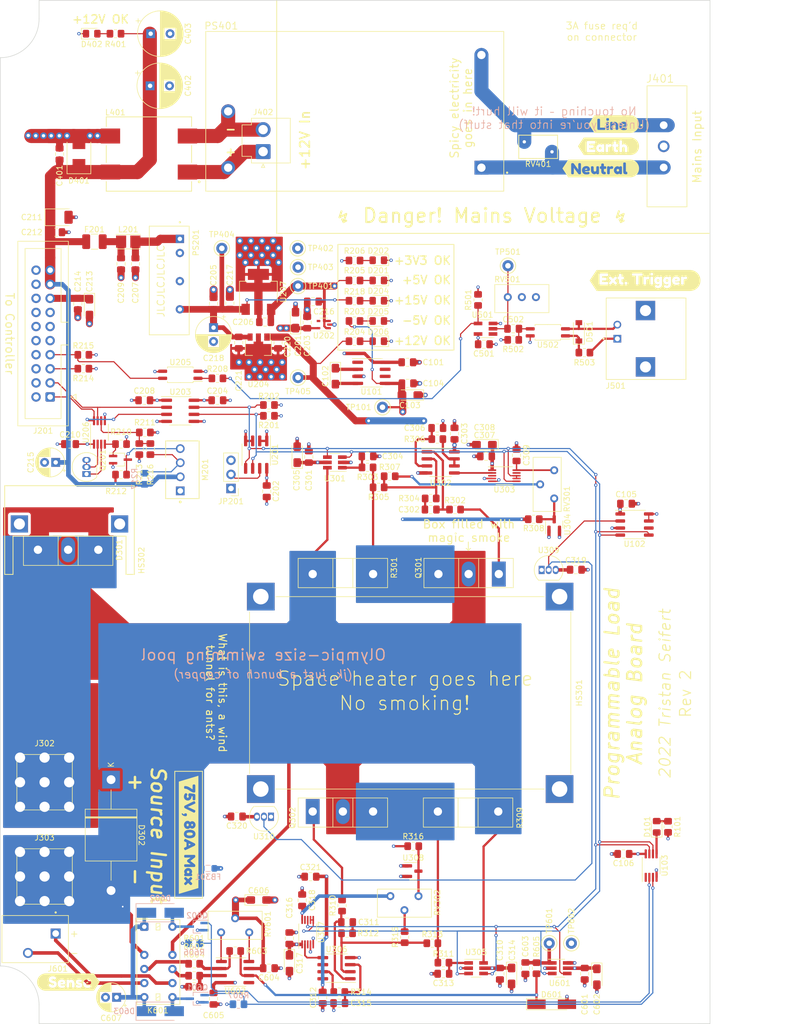
<source format=kicad_pcb>
(kicad_pcb (version 20211014) (generator pcbnew)
  (title_block (title "Programmable Load Driver") (date "2022-04-01") (rev "2"))
  (layers (0 "F.Cu" signal) (1 "In1.Cu" signal) (2 "In2.Cu" signal) (31 "B.Cu" signal) (34 "B.Paste" user) (35 "F.Paste" user) (36 "B.SilkS" user "B.Silkscreen") (37 "F.SilkS" user "F.Silkscreen") (38 "B.Mask" user) (39 "F.Mask" user) (44 "Edge.Cuts" user))
  (net 0 "")
  (net 1 "+3V3")
  (net 2 "GND")
  (net 3 "GNDA")
  (net 4 "+5VA")
  (net 5 "+3V3A")
  (net 6 "+12VA")
  (net 7 "VBUS")
  (net 8 "/External Interface/~{EXT_RESET}")
  (net 9 "/External Interface/~{EXT_TRIG}")
  (net 10 "/External Interface/~{EXT_IRQ}")
  (net 11 "/External Interface/EXT_SCL")
  (net 12 "/External Interface/EXT_SDA")
  (net 13 "GNDPWR")
  (net 14 "Net-(M201-Pad3)")
  (net 15 "Net-(M201-Pad4)")
  (net 16 "/External Interface/FAN_PWM")
  (net 17 "/External Interface/TEMP_DN")
  (net 18 "/External Interface/TEMP_DP")
  (net 19 "/I2C_SDA")
  (net 20 "/I2C_SCL")
  (net 21 "Net-(D201-Pad2)")
  (net 22 "Net-(D202-Pad2)")
  (net 23 "/External Interface/FAN_TACH")
  (net 24 "/1WIRE")
  (net 26 "Net-(JP201-Pad2)")
  (net 27 "/Input Stage/DRIVE1")
  (net 28 "/Input Stage/DRIVE0")
  (net 29 "/Mains Supply (Optional)/MAINS_N")
  (net 30 "/Mains Supply (Optional)/MAINS_G")
  (net 31 "/Mains Supply (Optional)/MAINS_L")
  (net 32 "Net-(C315-Pad1)")
  (net 33 "Net-(D402-Pad2)")
  (net 35 "/Input Stage/VREF0")
  (net 36 "/Input Stage/VREF1")
  (net 37 "Net-(Q301-Pad1)")
  (net 38 "/Input Stage/ISense0")
  (net 39 "Net-(Q302-Pad1)")
  (net 40 "/Input Stage/ISense1")
  (net 41 "Net-(R306-Pad2)")
  (net 42 "+5V")
  (net 45 "-5V")
  (net 49 "Net-(R316-Pad1)")
  (net 50 "/TRIGGER")
  (net 51 "Net-(D501-Pad1)")
  (net 52 "Net-(D501-Pad2)")
  (net 53 "Net-(J501-Pad1)")
  (net 54 "Net-(J402-Pad1)")
  (net 55 "Net-(J402-Pad2)")
  (net 56 "/Input Stage/Voltage Sense/SENSE+")
  (net 57 "/Input Stage/Voltage Sense/SENSE-")
  (net 58 "/Input Stage/Voltage Sense/VIN-")
  (net 59 "/Input Stage/Voltage Sense/VIN+")
  (net 60 "Net-(C102-Pad1)")
  (net 61 "Net-(C102-Pad2)")
  (net 62 "Net-(C207-Pad1)")
  (net 63 "Net-(C302-Pad1)")
  (net 64 "Net-(C302-Pad2)")
  (net 65 "Net-(C304-Pad2)")
  (net 66 "Net-(C306-Pad1)")
  (net 67 "Net-(C311-Pad1)")
  (net 68 "Net-(C311-Pad2)")
  (net 69 "Net-(C313-Pad1)")
  (net 70 "Net-(C502-Pad1)")
  (net 71 "Net-(C502-Pad2)")
  (net 72 "Net-(C603-Pad1)")
  (net 73 "Net-(R208-Pad1)")
  (net 74 "Net-(R304-Pad2)")
  (net 75 "Net-(R307-Pad1)")
  (net 76 "Net-(R308-Pad1)")
  (net 77 "Net-(R312-Pad2)")
  (net 78 "Net-(R314-Pad2)")
  (net 79 "Net-(R315-Pad1)")
  (net 83 "/Input Stage/Voltage Sense/SEL_SET")
  (net 84 "/Input Stage/Voltage Sense/SEL_RESET")
  (net 85 "/Input Stage/Voltage Sense/VSENSE")
  (net 86 "Net-(R601-Pad1)")
  (net 87 "Net-(R602-Pad2)")
  (net 88 "Net-(RV601-Pad1)")
  (net 89 "Net-(RV601-Pad3)")
  (net 91 "/SENSE_SET")
  (net 92 "/SENSE_RST")
  (net 94 "Net-(D101-Pad1)")
  (net 95 "Net-(D101-Pad2)")
  (net 96 "/Input Stage/VBUS_IN")
  (net 97 "+15V")
  (net 98 "Net-(D204-Pad2)")
  (net 99 "Net-(C209-Pad1)")
  (net 100 "Net-(D205-Pad1)")
  (net 101 "+12V")
  (net 102 "Net-(D206-Pad2)")
  (footprint "Resistor_SMD:R_0805_2012Metric_Pad1.20x1.40mm_HandSolder" (layer "F.Cu") (at 81.7 183.2 -90)
    (fp_text reference "R310")
    (fp_text value "100R" hide)
  )
  (footprint "Resistor_SMD:R_0805_2012Metric_Pad1.20x1.40mm_HandSolder" (layer "F.Cu") (at 93 188.9 -90)
    (fp_text reference "R315")
    (fp_text value "4M7" hide)
  )
  (footprint "Capacitor_THT:CP_Radial_D5.0mm_P2.00mm" (layer "F.Cu") (at 30 103.3 180)
    (fp_text reference "C215")
    (fp_text value "10µF" hide)
  )
  (footprint "programmable-load:Ohmite-WA-T247-101E-MFG" (layer "F.Cu") (at 32.5 115.5 -90)
    (fp_text reference "HS302")
    (fp_text value "WV-T247-101E" hide)
  )
  (footprint "Inductor_SMD:L_Taiyo-Yuden_NR-24xx_HandSoldering" (layer "F.Cu") (at 43.1 63.5 180)
    (fp_text reference "L201")
    (fp_text value "6.8µH" hide)
  )
  (footprint "Capacitor_SMD:C_0805_2012Metric_Pad1.18x1.45mm_HandSolder" (layer "F.Cu") (at 58.5 74.65 90)
    (fp_text reference "C205")
    (fp_text value "10µF" hide)
  )
  (footprint "Package_TO_SOT_THT:TO-247-3_Vertical" (layer "F.Cu") (at 76.4 166.25)
    (fp_text reference "Q302")
    (fp_text value "IXTH80N075L2")
  )
  (footprint "Resistor_SMD:R_0805_2012Metric_Pad1.20x1.40mm_HandSolder" (layer "F.Cu") (at 46.1 97.9 180)
    (fp_text reference "R211")
    (fp_text value "10k" hide)
  )
  (footprint "Resistor_SMD:R_0805_2012Metric_Pad1.20x1.40mm_HandSolder" (layer "F.Cu") (at 68.5 94.9)
    (fp_text reference "R201")
    (fp_text value "2k2" hide)
  )
  (footprint "Resistor_SMD:R_0805_2012Metric_Pad1.20x1.40mm_HandSolder" (layer "F.Cu") (at 81.2 198.8 180)
    (fp_text reference "R314")
    (fp_text value "4k99" hide)
  )
  (footprint "Capacitor_Tantalum_SMD:CP_EIA-3528-21_Kemet-B_Pad1.50x2.35mm_HandSolder" (layer "F.Cu") (at 30.7 59.1)
    (fp_text reference "C211")
    (fp_text value "10µF" hide)
  )
  (footprint "kibuzzard-6248DDB7" (layer "F.Cu") (at 130.75 42.3)
    (fp_text reference "kibuzzard-6248DDB7" hide)
    (fp_text value "G***" hide)
  )
  (footprint "Package_SO:SOIC-8_3.9x4.9mm_P1.27mm" (layer "F.Cu") (at 80.7 194.5 180)
    (fp_text reference "U306")
    (fp_text value "ADA4522-2")
  )
  (footprint "Resistor_SMD:R_0805_2012Metric_Pad1.20x1.40mm_HandSolder" (layer "F.Cu") (at 86.3 104.2)
    (fp_text reference "R303")
    (fp_text value "4k99" hide)
  )
  (footprint "Package_SO:SO-8_3.9x4.9mm_P1.27mm" (layer "F.Cu") (at 134.5 114.5)
    (fp_text reference "U102")
    (fp_text value "DS2482-100")
  )
  (footprint "Package_TO_SOT_THT:TO-92_Inline" (layer "F.Cu") (at 117.73 122.69)
    (fp_text reference "U309")
    (fp_text value "DS18B20")
  )
  (footprint "Capacitor_SMD:C_0805_2012Metric_Pad1.18x1.45mm_HandSolder" (layer "F.Cu") (at 114.8 194.5 -90)
    (fp_text reference "C603")
    (fp_text value "100nF" hide)
  )
  (footprint "Package_SO:MSOP-8_3x3mm_P0.65mm" (layer "F.Cu") (at 137.5 176 90)
    (fp_text reference "U103")
    (fp_text value "PI4IOE5V9536")
  )
  (footprint "Capacitor_SMD:C_0805_2012Metric_Pad1.18x1.45mm_HandSolder" (layer "F.Cu") (at 68.1 108.5 -90)
    (fp_text reference "C202")
    (fp_text value "100nF" hide)
  )
  (footprint "Relay_THT:Relay_DPDT_Kemet_EC2_DoubleCoil" (layer "F.Cu") (at 46 187.0225)
    (fp_text reference "K601")
    (fp_text value "EC2-5TNU" hide)
  )
  (footprint "Capacitor_SMD:C_0805_2012Metric_Pad1.18x1.45mm_HandSolder" (layer "F.Cu") (at 97.7 111.8 180)
    (fp_text reference "C302")
    (fp_text value "1nF" hide)
  )
  (footprint "programmable-load:CUI_TBL002A-350-02GR-2OR" (layer "F.Cu") (at 30 188.25 -90)
    (fp_text reference "J601")
    (fp_text value "Screw_Terminal_01x02" hide)
  )
  (footprint "Package_TO_SOT_SMD:SOT-23-6_Handsoldering" (layer "F.Cu") (at 105.9 194.5)
    (fp_text reference "U305")
    (fp_text value "MCP3421A3T-ECH")
  )
  (footprint "Capacitor_SMD:C_0805_2012Metric_Pad1.18x1.45mm_HandSolder" (layer "F.Cu") (at 75.4 78.06875 90)
    (fp_text reference "C203")
    (fp_text value "4.7µF" hide)
  )
  (footprint "Capacitor_SMD:C_0805_2012Metric_Pad1.18x1.45mm_HandSolder" (layer "F.Cu") (at 32.6 100 180)
    (fp_text reference "C210")
    (fp_text value "100nF" hide)
  )
  (footprint "Capacitor_SMD:C_0805_2012Metric_Pad1.18x1.45mm_HandSolder" (layer "F.Cu") (at 107.3 82)
    (fp_text reference "C501")
    (fp_text value "100nF" hide)
  )
  (footprint "Resistor_SMD:R_0805_2012Metric_Pad1.20x1.40mm_HandSolder" (layer "F.Cu") (at 98.9 99.1)
    (fp_text reference "R306")
    (fp_text value "4k99" hide)
  )
  (footprint "MountingHole:MountingHole_3.5mm" (layer "F.Cu") (at 39.565 189.125 90)
    (fp_text reference "H104" hide)
    (fp_text value "MountingHole" hide)
  )
  (footprint "Capacitor_SMD:C_0805_2012Metric_Pad1.18x1.45mm_HandSolder" (layer "F.Cu") (at 82.6 186.2)
    (fp_text reference "C311")
    (fp_text value "1nF" hide)
  )
  (footprint "LED_SMD:LED_0805_2012Metric_Pad1.15x1.40mm_HandSolder" (layer "F.Cu") (at 88.25 70.5 180)
    (fp_text reference "D201")
    (fp_text value "Green" hide)
  )
  (footprint "Capacitor_SMD:C_0805_2012Metric_Pad1.18x1.45mm_HandSolder" (layer "F.Cu") (at 75.7 102.3 90)
    (fp_text reference "C301")
    (fp_text value "100nF" hide)
  )
  (footprint "Capacitor_SMD:C_0805_2012Metric_Pad1.18x1.45mm_HandSolder" (layer "F.Cu") (at 59.2 92.1)
    (fp_text reference "C204")
    (fp_text value "100nF" hide)
  )
  (footprint "Resistor_SMD:R_0805_2012Metric_Pad1.20x1.40mm_HandSolder" (layer "F.Cu") (at 83.95 81.45)
    (fp_text reference "R204")
    (fp_text value "4k99" hide)
  )
  (footprint "MountingHole:MountingHole_3.5mm" (layer "F.Cu") (at 39.565 35.375 90)
    (fp_text reference "H101" hide)
    (fp_text value "MountingHole" hide)
  )
  (footprint "Connector_JST:JST_VH_B2P-VH-B_1x02_P3.96mm_Vertical" (layer "F.Cu") (at 67.45 47.2575 90)
    (fp_text reference "J402")
    (fp_text value "Conn_01x02_Male" hide)
  )
  (footprint "programmable-load:Molex-47053-1000-MFG" (layer "F.Cu") (at 52.8725 104.625 -90)
    (fp_text reference "M201")
    (fp_text value "Fan_4pin" hide)
  )
  (footprint "Capacitor_Tantalum_SMD:CP_EIA-3216-18_Kemet-A_Pad1.58x1.35mm_HandSolder" (layer "F.Cu") (at 73.6 101.9 90)
    (fp_text reference "C305")
    (fp_text value "10µF" hide)
  )
  (footprint "Diode_SMD:D_SOD-123" (layer "F.Cu") (at 124.45 79.75 90)
    (fp_text reference "D501")
    (fp_text value "1N4148W" hide)
  )
  (footprint "Package_TO_SOT_SMD:SOT-353_SC-70-5" (layer "F.Cu") (at 78.4 78.45 180)
    (fp_text reference "U202")
    (fp_text value "MIC5366-3.3YC5" hide)
  )
  (footprint "Capacitor_SMD:C_0805_2012Metric_Pad1.18x1.45mm_HandSolder" (layer "F.Cu") (at 81.2 200.8 180)
    (fp_text reference "C315")
    (fp_text value "100nF" hide)
  )
  (footprint "Capacitor_SMD:C_0805_2012Metric_Pad1.18x1.45mm_HandSolder" (layer "F.Cu") (at 132.98 110.75)
    (fp_text reference "C105")
    (fp_text value "100nF" hide)
  )
  (footprint "Capacitor_SMD:C_0805_2012Metric_Pad1.18x1.45mm_HandSolder" (layer "F.Cu") (at 93.5 85.25)
    (fp_text reference "C101")
    (fp_text value "4.7µF" hide)
  )
  (footprint "Varistor:RV_Disc_D7mm_W4.2mm_P5mm" (layer "F.Cu") (at 114.6 45.5)
    (fp_text reference "RV401")
    (fp_text value "270V" hide)
  )
  (footprint "Package_TO_SOT_THT:TO-247-3_Vertical" (layer "F.Cu") (at 110 123.43 180)
    (fp_text reference "Q301")
    (fp_text value "IXTH80N075L2")
  )
  (footprint "Capacitor_SMD:C_0805_2012Metric_Pad1.18x1.45mm_HandSolder" (layer "F.Cu") (at 112.6 79.2)
    (fp_text reference "C502")
    (fp_text value "1µF" hide)
  )
  (footprint "TestPoint:TestPoint_Keystone_5000-5004_Miniature" (layer "F.Cu") (at 73.7 64.7 180)
    (fp_text reference "TP402")
    (fp_text value "+3V3" hide)
  )
  (footprint "Resistor_SMD:R_0805_2012Metric_Pad1.20x1.40mm_HandSolder" (layer "F.Cu") (at 90.3 105.8 180)
    (fp_text reference "R307")
    (fp_text value "4M7" hide)
  )
  (footprint "Capacitor_THT:CP_Radial_D6.3mm_P2.50mm" (layer "F.Cu") (at 58.5 79 -90)
    (fp_text reference "C218")
    (fp_text value "47µF" hide)
  )
  (footprint "Resistor_SMD:R_0805_2012Metric_Pad1.20x1.40mm_HandSolder" (layer "F.Cu") (at 98 190 180)
    (fp_text reference "R313")
    (fp_text value "1k" hide)
  )
  (footprint "Diode_THT:D_P600_R-6_P20.00mm_Horizontal" (layer "F.Cu") (at 40 160.5 -90)
    (fp_text reference "D302")
    (fp_text value "5KP78A" hide)
  )
  (footprint "TestPoint:TestPoint_Keystone_5000-5004_Miniature" (layer "F.Cu") (at 123.1 190)
    (fp_text reference "TP602")
    (fp_text value "VSense-" hide)
  )
  (footprint "Capacitor_SMD:C_0805_2012Metric_Pad1.18x1.45mm_HandSolder" (layer "F.Cu") (at 41.8 67.5 -90)
    (fp_text reference "C209")
    (fp_text value "4.7µF" hide)
  )
  (footprint "Capacitor_SMD:C_0805_2012Metric_Pad1.18x1.45mm_HandSolder" (layer "F.Cu") (at 62.7 167.15 180)
    (fp_text reference "C320")
    (fp_text value "100nF" hide)
  )
  (footprint "Capacitor_Tantalum_SMD:CP_EIA-3216-18_Kemet-A_Pad1.58x1.35mm_HandSolder" (layer "F.Cu") (at 73.3 77.65 90)
    (fp_text reference "C201")
    (fp_text value "10µF" hide)
  )
  (footprint "Package_TO_SOT_THT:TO-247-3_Vertical" (layer "F.Cu") (at 26.8 119.05)
    (fp_text reference "D301")
    (fp_text value "DSA120C150QB" hide)
  )
  (footprint "Capacitor_SMD:C_0805_2012Metric_Pad1.18x1.45mm_HandSolder" (layer "F.Cu") (at 61.45 74.6 90)
    (fp_text reference "C217")
    (fp_text value "4.7µF" hide)
  )
  (footprint "TestPoint:TestPoint_Keystone_5000-5004_Miniature" (layer "F.Cu") (at 119.1 190)
    (fp_text reference "TP601")
    (fp_text value "VSense+" hide)
  )
  (footprint "Capacitor_SMD:C_0805_2012Metric_Pad1.18x1.45mm_HandSolder" (layer "F.Cu") (at 125.5 195.5 -90)
    (fp_text reference "C601")
    (fp_text value "100nF" hide)
  )
  (footprint "Capacitor_Tantalum_SMD:CP_EIA-3216-18_Kemet-A_Pad1.58x1.35mm_HandSolder" (layer "F.Cu") (at 66.65 182.2)
    (fp_text reference "C606")
    (fp_text value "10µF" hide)
  )
  (footprint "Package_SO:SOIC-8_3.9x4.9mm_P1.27mm" (layer "F.Cu") (at 62.4 195.2)
    (fp_text reference "U602")
    (fp_text value "OPA277")
  )
  (footprint "Package_TO_SOT_SMD:SOT-223-3_TabPin2" (layer "F.Cu") (at 66.6 72.55 90)
    (fp_text reference "U207")
    (fp_text value "MCP1703AT-5002E/DB" hide)
  )
  (footprint "Package_TO_SOT_THT:TO-247-2_Vertical" (layer "F.Cu") (at 99 166.25)
    (fp_text reference "R309")
    (fp_text value ".05R")
  )
  (footprint "MountingHole:MountingHole_3.5mm" (layer "F.Cu") (at 128.565 189.125 90)
    (fp_text reference "H103" hide)
    (fp_text value "MountingHole" hide)
  )
  (footprint "Resistor_SMD:R_0805_2012Metric_Pad1.20x1.40mm_HandSolder" (layer "F.Cu") (at 106.25 74 -90)
    (fp_text reference "R501")
    (fp_text value "10k" hide)
  )
  (footprint "Resistor_SMD:R_0805_2012Metric_Pad1.20x1.40mm_HandSolder" (layer "F.Cu") (at 68.5 92.95)
    (fp_text reference "R202")
    (fp_text value "2k2" hide)
  )
  (footprint "Resistor_SMD:R_0805_2012Metric_Pad1.20x1.40mm_HandSolder" (layer "F.Cu") (at 62.4 191.4 180)
    (fp_text reference "R603")
    (fp_text value "20k .1%" hide)
  )
  (footprint "TestPoint:TestPoint_Keystone_5000-5004_Miniature" (layer "F.Cu") (at 73.75 88 180)
    (fp_text reference "TP405")
    (fp_text value "+12V" hide)
  )
  (footprint "Capacitor_SMD:C_0805_2012Metric_Pad1.18x1.45mm_HandSolder" (layer "F.Cu") (at 123.9 122.65)
    (fp_text reference "C319")
    (fp_text value "100nF" hide)
  )
  (footprint "Package_SO:SOIC-8_3.9x4.9mm_P1.27mm" (layer "F.Cu") (at 66.2 101.9 -90)
    (fp_text reference "U201")
    (fp_text value "AT24CS32-SSHM")
  )
  (footprint "Capacitor_Tantalum_SMD:CP_EIA-3216-18_Kemet-A_Pad1.58x1.35mm_HandSolder" (layer "F.Cu") (at 93.95 91.15 180)
    (fp_text reference "C103")
    (fp_text value "10µF" hide)
  )
  (footprint "Capacitor_SMD:C_0805_2012Metric_Pad1.18x1.45mm_HandSolder" (layer "F.Cu") (at 93.55 89.05)
    (fp_text reference "C104")
    (fp_text value "100nF" hide)
  )
  (footprint "Resistor_SMD:R_0805_2012Metric_Pad1.20x1.40mm_HandSolder" (layer "F.Cu") (at 47.1 100.9 90)
    (fp_text reference "R216")
    (fp_text value "27k4" hide)
  )
  (footprint "LED_SMD:LED_0805_2012Metric_Pad1.15x1.40mm_HandSolder" (layer "F.Cu") (at 88.25 81.45 180)
    (fp_text reference "D206")
    (fp_text value "Green" hide)
  )
  (footprint "Capacitor_SMD:C_0805_2012Metric_Pad1.18x1.45mm_HandSolder" (layer "F.Cu") (at 63.05 81.7 -90)
    (fp_text reference "C221")
    (fp_text value "4.7µF" hide)
  )
  (footprint "Capacitor_Tantalum_SMD:CP_EIA-3216-18_Kemet-A_Pad1.58x1.35mm_HandSolder" (layer "F.Cu") (at 127.7 196.05 -90)
    (fp_text reference "C602")
    (fp_text value "10µF" hide)
  )
  (footprint "Resistor_SMD:R_0805_2012Metric_Pad1.20x1.40mm_HandSolder" (layer "F.Cu") (at 97.7 109.8)
    (fp_text reference "R304")
    (fp_text value "1k" hide)
  )
  (footprint "TestPoint:TestPoint_Keystone_5000-5004_Miniature" (layer "F.Cu") (at 60 64.7)
    (fp_text reference "TP404")
    (fp_text value "+15V" hide)
  )
  (footprint "Diode_SMD:D_SMB" (layer "F.Cu") (at 34.2 47.7 90)
    (fp_text reference "D401")
    (fp_text value "SM6T22A")
  )
  (footprint "Resistor_SMD:R_0805_2012Metric_Pad1.20x1.40mm_HandSolder" (layer "F.Cu") (at 40.8 26 180)
    (fp_text reference "R401")
    (fp_text value "4k7" hide)
  )
  (footprint "kibuzzard-6248DE02" (layer "F.Cu") (at 129.8 46.3)
    (fp_text reference "kibuzzard-6248DE02" hide)
    (fp_text value "G***" hide)
  )
  (footprint "Resistor_SMD:R_0805_2012Metric_Pad1.20x1.40mm_HandSolder" (layer "F.Cu") (at 55 193.7 180)
    (fp_text reference "R601")
    (fp_text value "1M .1%" hide)
  )
  (footprint "Package_TO_SOT_SMD:SOT-23-6_Handsoldering" (layer "F.Cu") (at 80.4 103.3 180)
    (fp_text reference "U301")
    (fp_text value "MCP3421A2T-ECH")
  )
  (footprint "kibuzzard-6248DECB" (layer "F.Cu") (at 54 170.45 -90)
    (fp_text reference "kibuzzard-6248DECB" hide)
    (fp_text value "G***" hide)
  )
  (footprint "Resistor_SMD:R_0805_2012Metric_Pad1.20x1.40mm_HandSolder" (layer "F.Cu") (at 83.95 70.5)
    (fp_text reference "R205")
    (fp_text value "2k2" hide)
  )
  (footprint "Capacitor_SMD:C_0805_2012Metric_Pad1.18x1.45mm_HandSolder" (layer "F.Cu") (at 70.15 81.7 -90)
    (fp_text reference "C220")
    (fp_text value "4.7µF" hide)
  )
  (footprint "Connector_IDC:IDC-Header_2x10_P2.54mm_Vertical" (layer "F.Cu") (at 29 91.5 180)
    (fp_text reference "J201")
    (fp_text value "Conn_02x10_Odd_Even" hide)
  )
  (footprint "Resistor_SMD:R_0805_2012Metric_Pad1.20x1.40mm_HandSolder" (layer "F.Cu") (at 100 193.5)
    (fp_text reference "R311")
    (fp_text value "4k99" hide)
  )
  (footprint "TestPoint:TestPoint_Keystone_5000-5004_Miniature" (layer "F.Cu") (at 73.75 68.1 180)
    (fp_text reference "TP403")
    (fp_text value "GND" hide)
  )
  (footprint "programmable-load:TDK-ACM1513-0-0-MFG" (layer "F.Cu") (at 46.8375 47.7 180)
    (fp_text reference "L401")
    (fp_text value "Choke" hide)
  )
  (footprint "LED_SMD:LED_0805_2012Metric_Pad1.15x1.40mm_HandSolder" (layer "F.Cu") (at 88.25 77.8)
    (fp_text reference "D205")
    (fp_text value "Green" hide)
  )
  (footprint "Capacitor_SMD:C_0805_2012Metric_Pad1.18x1.45mm_HandSolder" (layer "F.Cu") (at 67.8 78 180)
    (fp_text reference "C206")
    (fp_text value "4.7µF" hide)
  )
  (footprint "Capacitor_Tantalum_SMD:CP_EIA-3216-18_Kemet-A_Pad1.58x1.35mm_HandSolder" (layer "F.Cu") (at 72.2 193.6 -90)
    (fp_text reference "C317")
    (fp_text value "10µF" hide)
  )
  (footprint "Fuse:Fuse_1210_3225Metric_Pad1.42x2.65mm_HandSolder" (layer "F.Cu") (at 37 63.5 180)
    (fp_text reference "F201")
    (fp_text value "350mA")
  )
  (footprint "programmable-load:Potentiometer_Nidec_Copal_CT94EY" (layer "F.Cu") (at 59.86 188.04 180)
    (fp_text reference "RV601")
    (fp_text value "20k" hide)
  )
  (footprint "Resistor_SMD:R_0805_2012Metric_Pad1.20x1.40mm_HandSolder" (layer "F.Cu") (at 35 86.4)
    (fp_text reference "R214")
    (fp_text value "2k2" hide)
  )
  (footprint "programmable-load:C40-058-AE-DUAL" (layer "F.Cu") (at 65 144.85 90)
    (fp_text reference "HS301")
    (fp_text value "2x C40-058-AE" hide)
  )
  (footprint "Capacitor_SMD:C_0805_2012Metric_Pad1.18x1.45mm_HandSolder" (layer "F.Cu") (at 30.1 61.8)
    (fp_text reference "C212")
    (fp_text value "100nF" hide)
  )
  (footprint "Capacitor_SMD:C_0805_2012Metric_Pad1.18x1.45mm_HandSolder" (layer "F.Cu") (at 100 195.5 180)
    (fp_text reference "C313")
    (fp_text value "100nF" hide)
  )
  (footprint "MountingHole:MountingHole_3.5mm" (layer "F.Cu") (at 128.565 35.375 90)
    (fp_text reference "H102" hide)
    (fp_text value "MountingHole" hide)
  )
  (footprint "Capacitor_SMD:C_0805_2012Metric_Pad1.18x1.45mm_HandSolder" (layer "F.Cu") (at 107.7 102.2 180)
    (fp_text reference "C307")
    (fp_text value "100nF" hide)
  )
  (footprint "Capacitor_SMD:C_0805_2012Metric_Pad1.18x1.45mm_HandSolder" (layer "F.Cu") (at 74.5 182.24375 90)
    (fp_text reference "C318")
    (fp_text value "470nF" hide)
  )
  (footprint "Package_TO_SOT_SMD:SOT-89-3" (layer "F.Cu") (at 66.6 82.35 -90)
    (fp_text reference "U204")
    (fp_text value "MCP1804x-C002xMB" hide)
  )
  (footprint "programmable-load:Potentiometer_Nidec_Copal_CT94EY" (layer "F.Cu") (at 120 109.8 -90)
    (fp_text reference "RV301")
    (fp_text value "10k" hide)
  )
  (footprint "Resistor_SMD:R_0805_2012Metric_Pad1.20x1.40mm_HandSolder" (layer "F.Cu") (at 102.1 111.8 180)
    (fp_text reference "R302")
    (fp_text value "100R" hide)
  )
  (footprint "Capacitor_SMD:C_0805_2012Metric_Pad1.18x1.45mm_HandSolder" (layer "F.Cu") (at 46 92.1 180)
    (fp_text reference "C208")
    (fp_text value "100nF" hide)
  )
  (footprint "LED_SMD:LED_0805_2012Metric_Pad1.15x1.40mm_HandSolder" (layer "F.Cu") (at 138.5 169 90)
    (fp_text reference "D101")
    (fp_text value "Red" hide)
  )
  (footprint "Resistor_SMD:R_0805_2012Metric_Pad1.20x1.40mm_HandSolder" (layer "F.Cu") (at 116.8 194.5 -90)
    (fp_text reference "R605")
    (fp_text value "4k99" hide)
  )
  (footprint "Resistor_SMD:R_0805_2012Metric_Pad1.20x1.40mm_HandSolder" (layer "F.Cu") (at 112.6 81.2)
    (fp_text reference "R502")
    (fp_text value "47k" hide)
  )
  (footprint "Capacitor_SMD:C_0805_2012Metric_Pad1.18x1.45mm_HandSolder" (layer "F.Cu") (at 68.5 194.5)
    (fp_text reference "C604")
    (fp_text value "100nF" hide)
  )
  (footprint "programmable-load:Potentiometer_Nidec_Copal_CT94EW" (layer "F.Cu") (at 109.1 71.2)
    (fp_text reference "RV501")
    (fp_text value "500k" hide)
  )
  (footprint "Capacitor_SMD:C_0805_2012Metric_Pad1.18x1.45mm_HandSolder" (layer "F.Cu") (at 76.45 74.3 180)
    (fp_text reference "C216")
    (fp_text value "4.7µF" hide)
  )
  (footprint "Package_TO_SOT_SMD:SOT-23" (layer "F.Cu") (at 94.55 177)
    (fp_text reference "U308")
    (fp_text value "LM431SC" hide)
  )
  (footprint "Resistor_SMD:R_0805_2012Metric_Pad1.20x1.40mm_HandSolder" (layer "F.Cu") (at 83.95 77.8)
    (fp_text reference "R203")
    (fp_text value "2k2" hide)
  )
  (footprint "programmable-load:Potentiometer_Nidec_Copal_CT94EY" (layer "F.Cu") (at 95.5 181.5)
    (fp_text reference "RV302")
    (fp_text value "10k" hide)
  )
  (footprint "Package_TO_SOT_THT:TO-92_Inline" (layer "F.Cu") (at 68.87 167.19 180)
    (fp_text reference "U310")
    (fp_text value "DS18B20")
  )
  (footprint "Capacitor_Tantalum_SMD:CP_EIA-3216-18_Kemet-A_Pad1.58x1.35mm_HandSolder" (layer "F.Cu") (at 107.4 100.1 180)
    (fp_text reference "C308")
    (fp_text value "10µF" hide)
  )
  (footprint "Capacitor_SMD:C_0805_2012Metric_Pad1.18x1.45mm_HandSolder" (layer "F.Cu") (at 58.5 200 -90)
    (fp_text reference "C605")
    (fp_text value "100nF" hide)
  )
  (footprint "Package_TO_SOT_THT:TO-247-2_Vertical" (layer "F.Cu") (at 87.3 123.43 180)
    (fp_text reference "R301")
    (fp_text value ".05R")
  )
  (footprint "Connector_PinHeader_2.54mm:PinHeader_1x03_P2.54mm_Vertical" (layer "F.Cu") (at 61.65 108 180)
    (fp_text reference "JP201")
    (fp_text value "Cfg WP")
  )
  (footprint "Capacitor_SMD:C_0805_2012Metric_Pad1.18x1.45mm_HandSolder" (layer "F.Cu") (at 110.2 195.5 -90)
    (fp_text reference "C310")
    (fp_text value "100nF" hide)
  )
  (footprint "Diode_SMD:D_MiniMELF_Handsoldering" (layer "F.Cu") (at 119.55 201)
    (fp_text reference "D601")
    (fp_text value "2V4" hide)
  )
  (footprint "Capacitor_SMD:C_0805_2012Metric_Pad1.18x1.45mm_HandSolder" (layer "F.Cu") (at 44.4 67.5 -90)
    (fp_text reference "C207")
    (fp_text value "4.7µF" hide)
  )
  (footprint "Capacitor_SMD:C_0805_2012Metric_Pad1.18x1.45mm_HandSolder" (layer "F.Cu") (at 86.3 102.2 180)
    (fp_text reference "C304")
    (fp_text value "100nF" hide)
  )
  (footprint "Resistor_SMD:R_0805_2012Metric_Pad1.20x1.40mm_HandSolder" (layer "F.Cu") (at 59.2 88.15)
    (fp_text reference "R208")
    (fp_text value "1k" hide)
  )
  (footprint "Package_SO:SOIC-8_3.9x4.9mm_P1.27mm" (layer "F.Cu") (at 87 87.15)
    (fp_text reference "U101")
    (fp_text value "ICL7660" hide)
  )
  (footprint "Resistor_SMD:R_0805_2012Metric_Pad1.20x1.40mm_HandSolder" (layer "F.Cu") (at 55 197.85 180)
    (fp_text reference "R604")
    (fp_text value "20k .1%" hide)
  )
  (footprint "Capacitor_SMD:C_0805_2012Metric_Pad1.18x1.45mm_HandSolder" (layer "F.Cu") (at 34 74.7 -90)
    (fp_text reference "C214")
    (fp_text value "100nF" hide)
  )
  (footprint "Resistor_SMD:R_0805_2012Metric_Pad1.20x1.40mm_HandSolder" (layer "F.Cu") (at 41.8 100 180)
    (fp_text reference "R210")
    (fp_text value "10k" hide)
  )
  (footprint "Resistor_SMD:R_0805_2012Metric_Pad1.20x1.40mm_HandSolder" (layer "F.Cu") (at 35 83.9)
    (fp_text reference "R215")
    (fp_text value "2k2" hide)
  )
  (footprint "Capacitor_SMD:C_0805_2012Metric_Pad1.18x1.45mm_HandSolder" (layer "F.Cu") (at 102 98.1 90)
    (fp_text reference "C303")
    (fp_text value "100nF" hide)
  )
  (footprint "programmable-load:WE-74651194" (layer "F.Cu") (at 28 160.965)
    (fp_text reference "J302")
    (fp_text value "Würth 74651194R" hide)
  )
  (footprint "Package_SO:SOP-4_4.4x2.6mm_P1.27mm" (layer "F.Cu") (at 118.85 79.85 180)
    (fp_text reference "U502")
    (fp_text value "FODM217B")
  )
  (footprint "Capacitor_SMD:C_0805_2012Metric_Pad1.18x1.45mm_HandSolder" (layer "F.Cu") (at 113.2 102 90)
    (fp_text reference "C309")
    (fp_text value "470nF" hide)
  )
  (footprint "LED_SMD:LED_0805_2012Metric_Pad1.15x1.40mm_HandSolder" (layer "F.Cu") (at 36.5 26)
    (fp_text reference "D402")
    (fp_text value "Green" hide)
  )
  (footprint "LED_SMD:LED_0805_2012Metric_Pad1.15x1.40mm_HandSolder" (layer "F.Cu") (at 88.25 66.855 180)
    (fp_text reference "D202")
    (fp_text value "Green" hide)
  )
  (footprint "programmable-load:CONV_PCN2-S12-S15-S" (layer "F.Cu") (at 52.42 63 -90)
    (fp_text reference "PS201")
    (fp_text value "PCN2-S12-S15-S" hide)
  )
  (footprint "kibuzzard-6250772E" (layer "F.Cu") (at 32.3 197)
    (fp_text reference "kibuzzard-6250772E" hide)
    (fp_text value "G***" hide)
  )
  (footprint "Capacitor_SMD:C_0805_2012Metric_Pad1.18x1.45mm_HandSolder" (layer "F.Cu") (at 30.7 47.7 90)
    (fp_text reference "C401")
    (fp_text value "1µF" hide)
  )
  (footprint "Resistor_SMD:R_0805_2012Metric_Pad1.20x1.40mm_HandSolder" (layer "F.Cu") (at 116.3 113.54375 180)
    (fp_text reference "R308")
    (fp_text value "2k2" hide)
  )
  (footprint "TestPoint:TestPoint_Keystone_5000-5004_Miniature" (layer "F.Cu") (at 89 93.35)
    (fp_text reference "TP101")
    (fp_text value "-5V" hide)
  )
  (footprint "Resistor_SMD:R_0805_2012Metric_Pad1.20x1.40mm_HandSolder" (layer "F.Cu") (at 125.45 83.5)
    (fp_text reference "R503")
    (fp_text value "100R" hide)
  )
  (footprint "Resistor_SMD:R_0805_2012Metric_Pad1.20x1.40mm_HandSolder" (layer "F.Cu") (at 83.95 74.15)
    (fp_text reference "R218")
    (fp_text value "7k5" hide)
  )
  (footprint "Capacitor_THT:CP_Radial_D5.0mm_P2.00mm" (layer "F.Cu") (at 41 199.75 180)
    (fp_text reference "C607")
    (fp_text value "10µF" hide)
  )
  (footprint "Capacitor_SMD:C_0805_2012Metric_Pad1.18x1.45mm_HandSolder" (layer "F.Cu") (at 72.2 189.1 90)
    (fp_text reference "C316")
    (fp_text value "100nF" hide)
  )
  (footprint "Package_SO:SOIC-8_3.9x4.9mm_P1.27mm" (layer "F.Cu") (at 52.5 94)
    (fp_text reference "U203")
    (fp_text value "ADUM1250")
  )
  (footprint "Capacitor_SMD:C_0805_2012Metric_Pad1.18x1.45mm_HandSolder" (layer "F.Cu") (at 132.5 173.9 180)
    (fp_text reference "C106")
    (fp_text value "100nF" hide)
  )
  (footprint "TestPoint:TestPoint_Keystone_5000-5004_Miniature" (layer "F.Cu") (at 111.65 67.84)
    (fp_text reference "TP501")
    (fp_text value "Trigger" hide)
  )
  (footprint "Package_SO:MSOP-8_3x3mm_P0.65mm" (layer "F.Cu") (at 37.9 97.9 90)
    (fp_text reference "U206")
    (fp_text value "EMC2101-R")
  )
  (footprint "Package_SO:SOP-4_4.4x2.6mm_P1.27mm" (layer "F.Cu") (at 52.5 87.5 180)
    (fp_text reference "U205")
    (fp_text value "FODM217B")
  )
  (footprint "Resistor_SMD:R_0805_2012Metric_Pad1.20x1.40mm_HandSolder" (layer "F.Cu") (at 41.8 105.5 180)
    (fp_text reference "R212")
    (fp_text value "4k7" hide)
  )
  (footprint "Package_TO_SOT_THT:TO-92_Inline" (layer "F.Cu") (at 35.57 105.4 90)
    (fp_text reference "Q202" hide)
    (fp_text value "PN2222A" hide)
  )
  (footprint "Package_SO:SOIC-8_3.9x4.9mm_P1.27mm" (layer "F.Cu") (at 99.5 103.3)
    (fp_text reference "U302")
    (fp_text value "ADA4522-2")
  )
  (footprint "Capacitor_Tantalum_SMD:CP_EIA-3216-18_Kemet-A_Pad1.58x1.35mm_HandSolder" (layer "F.Cu") (at 112.3 195.9 -90)
    (fp_text reference "C314")
    (fp_text value "10µF" hide)
  )
  (footprint "TestPoint:TestPoint_Keystone_5000-5004_Miniature" (layer "F.Cu") (at 73.75 71.5)
    (fp_text reference "TP401")
    (fp_text value "+5V" hide)
  )
  (footprint "Resistor_SMD:R_0805_2012Metric_Pad1.20x1.40mm_HandSolder" (layer "F.Cu") (at 82.6 188.2 180)
    (fp_text reference "R312")
    (fp_text value "1k" hide)
  )
  (footprint "Package_SO:VSSOP-10_3x3mm_P0.5mm" (layer "F.Cu") (at 111 105.7)
    (fp_text reference "U303")
    (fp_text value "DAC60501Z")
  )
  (footprint "programmable-load:CUI_TBP02R2W-381-03BE" (layer "F.Cu") (at 139.7625 42.5 -90)
    (fp_text reference "J401")
    (fp_text value "TBP02R2W-381-03BE" hide)
  )
  (footprint "Package_TO_SOT_SMD:SOT-323_SC-70_Handsoldering" (layer "F.Cu") (at 41.7 102.8)
    (fp_text reference "Q201")
    (fp_text value "MMBT3904" hide)
  )
  (footprint "Capacitor_SMD:C_0805_2012Metric_Pad1.18x1.45mm_HandSolder" (layer "F.Cu") (at 78.2 199.8 -90)
    (fp_text reference "C312")
    (fp_text value "100nF" hide)
  )
  (footprint "Resistor_SMD:R_0805_2012Metric_Pad1.20x1.40mm_HandSolder" (layer "F.Cu") (at 88.3 107.8 180)
    (fp_text reference "R305")
    (fp_text value "1k" hide)
  )
  (footprint "Resistor_SMD:R_0805_2012Metric_Pad1.20x1.40mm_HandSolder" (layer "F.Cu") (at 45.1 100.9 90)
    (fp_text reference "R213")
    (fp_text value "10k" hide)
  )
  (footprint "Resistor_SMD:R_0805_2012Metric_Pad1.20x1.40mm_HandSolder" (layer "F.Cu") (at 55 195.85)
    (fp_text reference "R602")
    (fp_text value "1M .1%" hide)
  )
  (footprint "Package_TO_SOT_SMD:SOT-23-5_HandSoldering" (layer "F.Cu") (at 107.6 79.2 180)
    (fp_text reference "U501")
    (fp_text value "74LVC1G17")
  )
  (footprint "Capacitor_SMD:C_0805_2012Metric_Pad1.18x1.45mm_HandSolder" (layer "F.Cu") (at 76 178 180)
    (fp_text reference "C321")
    (fp_text value "1µF" hide)
  )
  (footprint "programmable-load:CONV_PSK-S20C-12" (layer "F.Cu") (at 84 40 180)
    (fp_text reference "PS401")
    (fp_text value "PSK-S20C-12")
  )
  (footprint "Capacitor_Tantalum_SMD:CP_EIA-3216-18_Kemet-A_Pad1.58x1.35mm_HandSolder" (layer "F.Cu") (at 80.5 87.75 -90)
    (fp_text reference "C102")
    (fp_text value "10µF" hide)
  )
  (footprint "Capacitor_THT:CP_Radial_D8.0mm_P3.50mm" (layer "F.Cu") (at 47.147349 26)
    (fp_text reference "C403")
    (fp_text value "330µF" hide)
  )
  (footprint "programmable-load:CONN_1-1337543-0" (layer "F.Cu") (at 131.4 81 180)
    (fp_text reference "J501")
    (fp_text value "Conn_Coaxial" hide)
  )
  (footprint "kibuzzard-6248DD82" (layer "F.Cu") (at 136.4 70.5)
    (fp_text reference "kibuzzard-6248DD82" hide)
    (fp_text value "G***" hide)
  )
  (footprint "Package_SO:VSSOP-10_3x3mm_P0.5mm" (layer "F.Cu") (at 75.5 188 90)
    (fp_text reference "U307")
    (fp_text value "DAC60501Z" hide)
  )
  (footprint "Capacitor_THT:CP_Radial_D8.0mm_P3.50mm" (layer "F.Cu") (at 47.047349 35.4)
    (fp_text reference "C402")
    (fp_text value "330µF" hide)
  )
  (footprint "Package_TO_SOT_SMD:SOT-23-6_Handsoldering" (layer "F.Cu") (at 121 194.5)
    (fp_text reference "U601")
    (fp_text value "MCP3421A1T-ECH")
  )
  (footprint "Capacitor_SMD:C_0805_2012Metric_Pad1.18x1.45mm_HandSolder" (layer "F.Cu") (at 98.9 97.1)
    (fp_text reference "C306")
    (fp_text value "100nF" hide)
  )
  (footprint "Capacitor_Tantalum_SMD:CP_EIA-3216-18_Kemet-A_Pad1.58x1.35mm_HandSolder" (layer "F.Cu") (at 36.1 75.3 -90)
    (fp_text reference "C213")
    (fp_text value "10µF" hide)
  )
  (footprint "kibuzzard-6248DE32" (layer "F.Cu") (at 128.4 50.3)
    (fp_text reference "kibuzzard-6248DE32" hide)
    (fp_text value "G***" hide)
  )
  (footprint "Resistor_SMD:R_0805_2012Metric_Pad1.20x1.40mm_HandSolder" (layer "F.Cu") (at 140.55 169 90)
    (fp_text reference "R101")
    (fp_text value "1k" hide)
  )
  (footprint "Resistor_SMD:R_0805_2012Metric_Pad1.20x1.40mm_HandSolder" (layer "F.Cu") (at 94.55 172.5 180)
    (fp_text reference "R316")
    (fp_text value "2k2" hide)
  )
  (footprint "Resistor_SMD:R_0805_2012Metric_Pad1.20x1.40mm_HandSolder" (layer "F.Cu") (at 83.95 66.9)
    (fp_text reference "R206")
    (fp_text value "1k" hide)
  )
  (footprint "LED_SMD:LED_0805_2012Metric_Pad1.15x1.40mm_HandSolder" (layer "F.Cu") (at 88.25 74.15 180)
    (fp_text reference "D204")
    (fp_text value "Green" hide)
  )
  (footprint "programmable-load:WE-74651194" (layer "F.Cu") (at 28 177.965)
    (fp_text reference "J303")
    (fp_text value "Würth 74651194R" hide)
  )
  (footprint "Package_TO_SOT_SMD:SOT-23" (layer "F.Cu") (at 120 114.5 90)
    (fp_text reference "U304")
    (fp_text value "LM431SC" hide)
  )
  (footprint "Resistor_SMD:R_0805_2012Metric_Pad1.20x1.40mm_HandSolder" (layer "B.Cu") (at 46.05 106.25 -90)
    (fp_text reference "R217")
    (fp_text value "4k7" hide)
  )
  (footprint "Resistor_SMD:R_0805_2012Metric_Pad1.20x1.40mm_HandSolder" (layer "B.Cu") (at 63 201)
    (fp_text reference "R607")
    (fp_text value "10k" hide)
  )
  (footprint "Package_TO_SOT_SMD:SOT-323_SC-70_Handsoldering" (layer "B.Cu") (at 55.55 200 180)
    (fp_text reference "Q601")
    (fp_text value "MMBT3904" hide)
  )
  (footprint "Resistor_SMD:R_0805_2012Metric_Pad1.20x1.40mm_HandSolder" (layer "B.Cu") (at 55 190)
    (fp_text reference "R606")
    (fp_text value "10k" hide)
  )
  (footprint "Diode_SMD:D_SMA_Handsoldering" (layer "B.Cu") (at 48.9 184.5)
    (fp_text reference "D602")
    (fp_text value "SM4007" hide)
  )
  (footprint "Diode_SMD:D_SMA_Handsoldering" (layer "B.Cu") (at 48.9 202.25)
    (fp_text reference "D603")
    (fp_text value "SM4007")
  )
  (footprint "Inductor_SMD:L_0805_2012Metric_Pad1.05x1.20mm_HandSolder" (layer "B.Cu") (at 57.5 176.5)
    (fp_text reference "FB301")
    (fp_text value "FerriteBead_Small" hide)
  )
  (footprint "Package_TO_SOT_SMD:SOT-323_SC-70_Handsoldering" (layer "B.Cu") (at 55.55 187 180)
    (fp_text reference "Q602")
    (fp_text value "MMBT3904" hide)
  )
  (gr_line (start 148.1 62) (end 69.9 62) (layer "F.SilkS") (width 0.15))
  (gr_line (start 80.95 83.05) (end 101.85 83.05) (layer "F.SilkS") (width 0.15))
  (gr_line (start 51.5 159) (end 56.5 159) (layer "F.SilkS") (width 0.15))
  (gr_line (start 104.5 119.15) (end 104.9 118.8) (layer "F.SilkS") (width 0.15))
  (gr_line (start 104.5 119.15) (end 104.1 118.8) (layer "F.SilkS") (width 0.15))
  (gr_line (start 101.9 83.05) (end 101.9 64) (layer "F.SilkS") (width 0.15))
  (gr_line (start 51.5 181.9) (end 56.5 181.9) (layer "F.SilkS") (width 0.15))
  (gr_line (start 69.9 62) (end 69.9 20) (layer "F.SilkS") (width 0.15))
  (gr_line (start 101.85 64) (end 80.95 64) (layer "F.SilkS") (width 0.15))
  (gr_line (start 80.95 64) (end 80.95 83.05) (layer "F.SilkS") (width 0.15))
  (gr_line (start 104.5 117.65) (end 104.5 119.15) (layer "F.SilkS") (width 0.15))
  (gr_line (start 51.5 159) (end 51.5 181.9) (layer "F.SilkS") (width 0.15))
  (gr_line (start 56.5 159) (end 56.5 181.9) (layer "F.SilkS") (width 0.15))
  (gr_arc (start 20 194.1) (mid 24.949747 196.150253) (end 27 201.1) (layer "Edge.Cuts") (width 0.1))
  (gr_line (start 27 204.475) (end 148.13 204.5) (layer "Edge.Cuts") (width 0.1))
  (gr_line (start 148.13 20) (end 148.13 204.5) (layer "Edge.Cuts") (width 0.1))
  (gr_line (start 27 20) (end 148.13 20) (layer "Edge.Cuts") (width 0.1))
  (gr_line (start 20 30.325) (end 20 194.1) (layer "Edge.Cuts") (width 0.1))
  (gr_arc (start 27 23.325) (mid 24.949747 28.274747) (end 20 30.325) (layer "Edge.Cuts") (width 0.1))
  (gr_line (start 27 23.325) (end 27 20) (layer "Edge.Cuts") (width 0.1))
  (gr_line (start 27 204.475) (end 27 201.1) (layer "Edge.Cuts") (width 0.1))
  (gr_text "Olympic-size swimming pool" (at 67.5 138) (layer "B.SilkS") (effects (font (size 2 2) (thickness 0.25)) (justify mirror)))
  (gr_text "(jk, just a bunch of copper)" (at 67.5 141.5) (layer "B.SilkS") (effects (font (size 1.5 1.5) (thickness 0.2) italic) (justify mirror)))
  (gr_text "No touching – it will hurt!\n(Unless you're into that stuff)" (at 120 41.2) (layer "B.SilkS") (effects (font (size 1.5 1.5)) (justify mirror)))
  (gr_text "To Controller" (at 21.7 80.1 270) (layer "F.SilkS") (effects (font (size 1.5 1.5) (thickness 0.2))))
  (gr_text "What is this, a wind\ntunnel for ants?" (at 59 144.85 270) (layer "F.SilkS") (effects (font (size 1.4 1.4) (thickness 0.2))))
  (gr_text "+12V OK" (at 101.5 81.35) (layer "F.SilkS") (effects (font (size 1.5 1.5) (thickness 0.25)) (justify right)))
  (gr_text "Spicy electricity\ngoes in here" (at 103.2 39.4 90) (layer "F.SilkS") (effects (font (size 1.5 1.5) (thickness 0.2))))
  (gr_text "Programmable Load\nAnalog Board" (at 132.5 145 90) (layer "F.SilkS") (effects (font (size 2.54 2.54) (thickness 0.4) italic)))
  (gr_text "-" (at 44.5 178 270) (layer "F.SilkS") (effects (font (size 2.56 2.56) (thickness 0.45))))
  (gr_text "-" (at 33.35 191.75) (layer "F.SilkS") (effects (font (size 1.27 1.27))))
  (gr_text "+12V OK" (at 38.1 23.4) (layer "F.SilkS") (effects (font (size 1.5 1.5) (thickness 0.25))))
  (gr_text "3A fuse req'd\non connector" (at 128.6 25.6) (layer "F.SilkS") (effects (font (size 1.27 1.27))))
  (gr_text "-" (at 61.6 43.2) (layer "F.SilkS") (effects (font (size 1.5 1.5) (thickness 0.3))))
  (gr_text "+" (at 44.5 161 270) (layer "F.SilkS") (effects (font (size 2.56 2.56) (thickness 0.45))))
  (gr_text "Space heater goes here" (at 93.1 142.3) (layer "F.SilkS") (effects (font (size 2.54 2.54) (thickness 0.2))))
  (gr_text "-5V OK" (at 101.5 77.7) (layer "F.SilkS") (effects (font (size 1.5 1.5) (thickness 0.25)) (justify right)))
  (gr_text "↯ Danger! Mains Voltage ↯" (at 107 58.8) (layer "F.SilkS") (effects (font (size 2.54 2.54) (thickness 0.35))))
  (gr_text "+3V3 OK" (at 101.5 66.9) (layer "F.SilkS") (effects (font (size 1.5 1.5) (thickness 0.25)) (justify right)))
  (gr_text "Mains Input" (at 145.8 46.4 90) (layer "F.SilkS") (effects (font (size 1.5 1.5) (thickness 0.2))))
  (gr_text "+" (at 61.6 47.3) (layer "F.SilkS") (effects (font (size 1.5 1.5) (thickness 0.3))))
  (gr_text "+" (at 33.35 188.25) (layer "F.SilkS") (effects (font (size 1.27 1.27))))
  (gr_text "2022 Tristan Seifert" (at 140 145 90) (layer "F.SilkS") (effects (font (size 2 2) (thickness 0.2) italic)))
  (gr_text "+12V In" (at 75 45.2 90) (layer "F.SilkS") (effects (font (size 1.74 1.74) (thickness 0.3))))
  (gr_text "+15V OK" (at 101.5 74.05) (layer "F.SilkS") (effects (font (size 1.5 1.5) (thickness 0.25)) (justify right)))
  (gr_text "Rev 2" (at 143.7 145 90) (layer "F.SilkS") (effects (font (size 2 2) (thickness 0.2))))
  (gr_text "JLCJLCJLCJLC" (at 49 70.6 90) (layer "F.SilkS") (effects (font (size 1.27 1.27))))
  (gr_text "+5V OK" (at 101.5 70.4) (layer "F.SilkS") (effects (font (size 1.5 1.5) (thickness 0.25)) (justify right)))
  (gr_text "Source Input" (at 48.5 170.5 270) (layer "F.SilkS") (effects (font (size 2.56 2.56) (thickness 0.45) italic)))
  (gr_text "No smoking!" (at 93 146.7) (layer "F.SilkS") (effects (font (size 2.54 2.54) (thickness 0.2))))
  (gr_text "Box filled with\nmagic smoke" (at 104.6 115.65) (layer "F.SilkS") (effects (font (size 1.5 1.5) (thickness 0.2))))
  (segment (start 76.5 190.2) (end 76.5 189.1) (width 0.3) (layer "F.Cu") (net 1))
  (segment (start 120.27 122.69) (end 122.8225 122.69) (width 0.635) (layer "F.Cu") (net 1))
  (segment (start 77.45 79.1) (end 75.40625 79.1) (width 0.4) (layer "F.Cu") (net 1))
  (segment (start 77.3 103.3) (end 75.7375 103.3) (width 0.635) (layer "F.Cu") (net 1))
  (segment (start 75.40625 79.1) (end 75.4 79.10625) (width 0.4064) (layer "F.Cu") (net 1))
  (segment (start 108.8625 102.2) (end 108.8625 100.1) (width 0.635) (layer "F.Cu") (net 1))
  (segment (start 109.75 106.7) (end 108.8 106.7) (width 0.2032) (layer "F.Cu") (net 1))
  (segment (start 108.8 103.5) (end 108.8 102.2625) (width 0.635) (layer "F.Cu") (net 1))
  (segment (start 69.5 94.9) (end 70.7 94.9) (width 0.2032) (layer "F.Cu") (net 1))
  (segment (start 69.5 92.95) (end 70.7 92.95) (width 0.2032) (layer "F.Cu") (net 1))
  (segment (start 131.925 112.595) (end 131.9 112.57) (width 0.635) (layer "F.Cu") (net 1))
  (segment (start 73.4025 79.10875) (end 73.4 79.10625) (width 0.8382) (layer "F.Cu") (net 1))
  (segment (start 66.33 167.19) (end 63.7775 167.19) (width 0.635) (layer "F.Cu") (net 1))
  (segment (start 106.2625 80.1625) (end 106.25 80.15) (width 0.254) (layer "F.Cu") (net 1))
  (segment (start 68.105 106.095) (end 68.1 106.1) (width 0.2032) (layer "F.Cu") (net 1))
  (segment (start 133.55 173.8875) (end 133.5375 173.9) (width 0.4064) (layer "F.Cu") (net 1))
  (segment (start 110.1625 194.5) (end 110.2 194.4625) (width 0.635) (layer "F.Cu") (net 1))
  (segment (start 72.2625 190.2) (end 72.2 190.1375) (width 0.635) (layer "F.Cu") (net 1))
  (segment (start 140.55 170) (end 140.55 171.15) (width 0.4064) (layer "F.Cu") (net 1))
  (segment (start 82.95 66.9) (end 81.705 66.9) (width 0.2032) (layer "F.Cu") (net 1))
  (segment (start 123.7 194.5) (end 125.4625 194.5) (width 0.635) (layer "F.Cu") (net 1))
  (segment (start 106.2625 82) (end 106.2625 80.1625) (width 0.254) (layer "F.Cu") (net 1))
  (segment (start 56.795 92.095) (end 56.8 92.1) (width 0.4064) (layer "F.Cu") (net 1))
  (segment (start 74.33 190.2) (end 72.2625 190.2) (width 0.635) (layer "F.Cu") (net 1))
  (segment (start 107.25 194.5) (end 110.1625 194.5) (width 0.635) (layer "F.Cu") (net 1))
  (segment (start 131.9 112.57) (end 131.9 110.4675) (width 0.635) (layer "F.Cu") (net 1))
  (segment (start 72.2 190.1375) (end 72.2 192.1625) (width 0.635) (layer "F.Cu") (net 1))
  (segment (start 68.105 104.375) (end 68.105 106.095) (width 0.4064) (layer "F.Cu") (net 1))
  (segment (start 75.7375 103.3) (end 75.7 103.3375) (width 0.4064) (layer "F.Cu") (net 1))
  (segment (start 58.1625 92.1) (end 56.8 92.1) (width 0.4064) (layer "F.Cu") (net 1))
  (segment (start 79.05 103.3) (end 77.3 103.3) (width 0.635) (layer "F.Cu") (net 1))
  (segment (start 122.35 194.5) (end 123.7 194.5) (width 0.635) (layer "F.Cu") (net 1))
  (segment (start 54.975 92.095) (end 56.795 92.095) (width 0.4064) (layer "F.Cu") (net 1))
  (segment (start 108.8 102.2625) (end 108.8625 102.2) (width 0.4064) (layer "F.Cu") (net 1))
  (segment (start 115.6625 80.485) (end 115.6625 81.6375) (width 0.2032) (layer "F.Cu") (net 1))
  (segment (start 73.35 79.0875) (end 70.45 79.0875) (width 1.27) (layer "F.Cu") (net 1))
  (segment (start 125.4625 194.5) (end 125.5 194.4625) (width 0.635) (layer "F.Cu") (net 1))
  (segment (start 115.6625 81.6375) (end 115.65 81.65) (width 0.2032) (layer "F.Cu") (net 1))
  (segment (start 110 106.45) (end 109.75 106.7) (width 0.2032) (layer "F.Cu") (net 1))
  (segment (start 110.2 194.4625) (end 112.3 194.4625) (width 0.635) (layer "F.Cu") (net 1))
  (segment (start 68.1 106.1) (end 68.1 107.6625) (width 0.4064) (layer "F.Cu") (net 1))
  (segment (start 75.4 79.10625) (end 75.3975 79.10875) (width 0.7) (layer "F.Cu") (net 1))
  (segment (start 136.525 173.8875) (end 133.55 173.8875) (width 0.4064) (layer "F.Cu") (net 1))
  (segment (start 81.705 66.9) (end 81.65 66.955) (width 0.2032) (layer "F.Cu") (net 1))
  (segment (start 75.3975 79.10875) (end 73.4025 79.10875) (width 0.7) (layer "F.Cu") (net 1))
  (segment (start 75.7 103.3375) (end 73.6 103.3375) (width 0.635) (layer "F.Cu") (net 1))
  (segment (start 125.5 194.4625) (end 127.3 194.4625) (width 0.635) (layer "F.Cu") (net 1))
  (segment (start 108.8 104.5) (end 108.8 103) (width 0.635) (layer "F.Cu") (net 1))
  (via (at 73.5 190.2) (size 0.6) (drill 0.3) (layers "F.Cu" "B.Cu") (net 1))
  (via (at 70.7 94.9) (size 0.6) (drill 0.3) (layers "F.Cu" "B.Cu") (net 1))
  (via (at 123.7 194.5) (size 0.6) (drill 0.3) (layers "F.Cu" "B.Cu") (net 1))
  (via (at 56.8 92.1) (size 0.6) (drill 0.3) (layers "F.Cu" "B.Cu") (net 1))
  (via (at 68.1 106.1) (size 0.6) (drill 0.3) (layers "F.Cu" "B.Cu") (net 1))
  (via (at 135.1125 173.8875) (size 0.6) (drill 0.3) (layers "F.Cu" "B.Cu") (net 1))
  (via (at 106.2625 80.8375) (size 0.6) (drill 0.3) (layers "F.Cu" "B.Cu") (net 1))
  (via (at 81.65 66.955) (size 0.6) (drill 0.3) (layers "F.Cu" "B.Cu") (net 1))
  (via (at 76.5 189.1) (size 0.6) (drill 0.3) (layers "F.Cu" "B.Cu") (net 1))
  (via (at 110 106.45) (size 0.6) (drill 0.3) (layers "F.Cu" "B.Cu") (net 1))
  (via (at 70.55 79.1) (size 1) (drill 0.5) (layers "F.Cu" "B.Cu") (net 1))
  (via (at 115.65 81.65) (size 0.6) (drill 0.3) (layers "F.Cu" "B.Cu") (net 1))
  (via (at 71.65 79.1) (size 1) (drill 0.5) (layers "F.Cu" "B.Cu") (net 1))
  (via (at 70.7 92.95) (size 0.6) (drill 0.3) (layers "F.Cu" "B.Cu") (net 1))
  (via (at 131.9 111.825) (size 0.6) (drill 0.3) (layers "F.Cu" "B.Cu") (net 1))
  (via (at 108.8 103.5) (size 0.6) (drill 0.3) (layers "F.Cu" "B.Cu") (net 1))
  (via (at 77.3 103.3) (size 0.6) (drill 0.3) (layers "F.Cu" "B.Cu") (net 1))
  (via (at 140.55 171.15) (size 0.6) (drill 0.3) (layers "F.Cu" "B.Cu") (net 1))
  (via (at 108.8 194.5) (size 0.6) (drill 0.3) (layers "F.Cu" "B.Cu") (net 1))
  (segment (start 80.1625 202.0625) (end 80.2 202.1) (width 0.4064) (layer "F.Cu") (net 2))
  (segment (start 84.005 87.765) (end 85.595 87.765) (width 0.635) (layer "F.Cu") (net 2))
  (segment (start 80.1625 200.8) (end 80.1625 202.0625) (width 0.4064) (layer "F.Cu") (net 2))
  (segment (start 87.3375 102.2) (end 88.5 102.2) (width 0.635) (layer "F.Cu") (net 2))
  (segment (start 131.4625 173.9) (end 130.35 173.9) (width 0.635) (layer "F.Cu") (net 2))
  (segment (start 75.7 101.2625) (end 75.7 100) (width 0.635) (layer "F.Cu") (net 2))
  (segment (start 80.325 78.45) (end 79.375 78.45) (width 0.4) (layer "F.Cu") (net 2))
  (segment (start 119.05 115.4875) (end 119.05 116.8) (width 0.6) (layer "F.Cu") (net 2))
  (segment (start 56.595 95.905) (end 56.6 95.9) (width 0.4064) (layer "F.Cu") (net 2))
  (segment (start 64.305 99.325) (end 64.305 97.705) (width 0.4064) (layer "F.Cu") (net 2))
  (segment (start 89.3 81.45) (end 90.575 81.45) (width 0.2032) (layer "F.Cu") (net 2))
  (segment (start 72.2 195.0375) (end 72.2 196.35) (width 0.635) (layer "F.Cu") (net 2))
  (segment (start 89.275 70.5) (end 90.55 70.5) (width 0.2032) (layer "F.Cu") (net 2))
  (segment (start 122.35 193.55) (end 123.7 193.55) (width 0.635) (layer "F.Cu") (net 2))
  (segment (start 66.7625 78) (end 66.7625 75.8625) (width 0.8382) (layer "F.Cu") (net 2))
  (segment (start 94.5875 89.05) (end 95.75 89.05) (width 0.8382) (layer "F.Cu") (net 2))
  (segment (start 72.2875 188.05) (end 73.45 188.05) (width 0.635) (layer "F.Cu") (net 2))
  (segment (start 74.9625 178) (end 73.9 178) (width 0.635) (layer "F.Cu") (net 2))
  (segment (start 108.8 106.2) (end 107.4 106.2) (width 0.3) (layer "F.Cu") (net 2))
  (segment (start 108.3375 82) (end 109.5 82) (width 0.254) (layer "F.Cu") (net 2))
  (segment (start 54.975 95.905) (end 56.595 95.905) (width 0.4064) (layer "F.Cu") (net 2))
  (segment (start 137.075 112.595) (end 138.495 112.595) (width 0.2032) (layer "F.Cu") (net 2))
  (segment (start 119.65 194.5) (end 118.3 194.5) (width 0.635) (layer "F.Cu") (net 2))
  (segment (start 69.5375 194.5) (end 70.7 194.5) (width 0.635) (layer "F.Cu") (net 2))
  (segment (start 55.6725 86.95) (end 57.05 86.95) (width 0.254) (layer "F.Cu") (net 2))
  (segment (start 114.8 195.5375) (end 114.8 196.7) (width 0.635) (layer "F.Cu") (net 2))
  (segment (start 99.9375 95.8375) (end 99.9 95.8) (width 0.4064) (layer "F.Cu") (net 2))
  (segment (start 73.6 100.4625) (end 73.6 99) (width 0.635) (layer "F.Cu") (net 2))
  (segment (start 61.6625 167.15) (end 60.5 167.15) (width 0.635) (layer "F.Cu") (net 2))
  (segment (start 93.6125 176.05) (end 92.3 176.05) (width 0.6) (layer "F.Cu") (net 2))
  (segment (start 112.3 197.3375) (end 112.3 198.7) (width 0.635) (layer "F.Cu") (net 2))
  (segment (start 111.6 81.2) (end 110.4 81.2) (width 0.254) (layer "F.Cu") (net 2))
  (segment (start 81.85 103.3) (end 83.3 103.3) (width 0.635) (layer "F.Cu") (net 2))
  (segment (start 104.55 194.5) (end 103.1 194.5) (width 0.4064) (layer "F.Cu") (net 2))
  (segment (start 68.105 99.325) (end 68.105 97.705) (width 0.4064) (layer "F.Cu") (net 2))
  (segment (start 108.95 78.25) (end 110.3 78.25) (width 0.254) (layer "F.Cu") (net 2))
  (segment (start 102 97.0625) (end 102 95.8) (width 0.635) (layer "F.Cu") (net 2))
  (segment (start 75.4 75.76875) (end 75.4 74.3125) (width 1.15) (layer "F.Cu") (net 2))
  (segment (start 105.8625 100.1) (end 104.5 100.1) (width 0.635) (layer "F.Cu") (net 2))
  (segment (start 99.9375 97.1) (end 99.9375 95.8375) (width 0.4064) (layer "F.Cu") (net 2))
  (segment (start 61.45 73.4) (end 61.45 72.15) (width 1.45) (layer "F.Cu") (net 2))
  (segment (start 78.2 200.8375) (end 78.2 202.1) (width 0.635) (layer "F.Cu") (net 2))
  (segment (start 68.105 99.425) (end 66.835 99.425) (width 0.4064) (layer "F.Cu") (net 2))
  (segment (start 110.2 196.5375) (end 110.2 197.7) (width 0.635) (layer "F.Cu") (net 2))
  (segment (start 113.2 100.9625) (end 113.2 99.8) (width 0.635) (layer "F.Cu") (net 2))
  (segment (start 75.4 74.3125) (end 75.4125 74.3) (width 0.8382) (layer "F.Cu") (net 2))
  (segment (start 66.7125 75.8125) (end 66.6 75.7) (width 1.27) (layer "F.Cu") (net 2))
  (segment (start 89.3125 77.8) (end 90.5875 77.8) (width 0.2032) (layer "F.Cu") (net 2))
  (segment (start 68.105 97.705) (end 68.1 97.7) (width 0.2032) (layer "F.Cu") (net 2))
  (segment (start 125.5 196.5375) (end 125.5 197.65) (width 0.635) (layer "F.Cu") (net 2))
  (segment (start 54 197.85) (end 52.8 197.85) (width 0.635) (layer "F.Cu") (net 2))
  (segment (start 97.025 105.205) (end 95.405 105.205) (width 0.635) (layer "F.Cu") (net 2))
  (segment (start 68.1 109.5375) (end 68.1 110.8) (width 0.4064) (layer "F.Cu") (net 2))
  (segment (start 75.4 77.03125) (end 75.4 75.76875) (width 1.27) (layer "F.Cu") (net 2))
  (segment (start 68.11875 182.2) (end 69.58125 182.2) (width 1.27) (layer "F.Cu") (net 2))
  (segment (start 83.175 192.595) (end 84.795 192.595) (width 0.4064) (layer "F.Cu") (net 2))
  (segment (start 106.5625 102.2) (end 105.5 102.2) (width 0.635) (layer "F.Cu") (net 2))
  (segment (start 120.95 115.4875) (end 120.95 116.8) (width 0.6) (layer "F.Cu") (net 2))
  (segment (start 137.075 112.595) (end 137.075 113.865) (width 0.2032) (layer "F.Cu") (net 2))
  (segment (start 127.7 197.4875) (end 127.7 198.8) (width 0.635) (layer "F.Cu") (net 2))
  (segment (start 135.2 110.75) (end 135.205 110.745) (width 0.635) (layer "F.Cu") (net 2))
  (segment (start 138.475 178.1125) (end 138.475 176.825) (width 0.4) (layer "F.Cu") (net 2))
  (segment (start 58.5 73.45) (end 58.5 72.15) (width 1.45) (layer "F.Cu") (net 2))
  (segment (start 89.275 66.855) (end 90.55 66.855) (width 0.2032) (layer "F.Cu") (net 2))
  (segment (start 58.5 201) (end 59.7875 201) (width 0.635) (layer "F.Cu") (net 2))
  (segment (start 130.465 115.135) (end 130.45 115.15) (width 0.4064) (layer "F.Cu") (net 2))
  (segment (start 106.25 72.9) (end 106.25 71.7) (width 0.254) (layer "F.Cu") (net 2))
  (segment (start 66.6 75.7) (end 66.6 69.4) (width 1.5) (layer "F.Cu") (net 2))
  (segment (start 138.495 112.595) (end 138.5 112.6) (width 0.2032) (layer "F.Cu") (net 2))
  (segment (start 93.6125 177.95) (end 92.3 177.95) (width 0.6) (layer "F.Cu") (net 2))
  (segment (start 65.565 99.425) (end 64.295 99.425) (width 0.4064) (layer "F.Cu") (net 2))
  (segment (start 98.9625 195.5) (end 97.8 195.5) (width 0.635) (layer "F.Cu") (net 2))
  (segment (start 124.9375 122.65) (end 126.1 122.65) (width 0.635) (layer "F.Cu") (net 2))
  (segment (start 122.3 201) (end 122.3 199.6) (width 0.635) (layer "F.Cu") (net 2))
  (segment (start 138.475 176.825) (end 138.45 176.8) (width 0.4064) (layer "F.Cu") (net 2))
  (segment (start 73.3 76.2) (end 73.3 74.7) (width 0.8382) (layer "F.Cu") (net 2))
  (segment (start 94.5375 85.25) (end 95.7 85.25) (width 0.8382) (layer "F.Cu") (net 2))
  (segment (start 76 190.2) (end 76 191.55) (width 0.3) (layer "F.Cu") (net 2))
  (segment (start 95.405 105.205) (end 95.4 105.2) (width 0.635) (layer "F.Cu") (net 2))
  (segment (start 84.795 192.595) (end 84.8 192.6) (width 0.4064) (layer "F.Cu") (net 2))
  (segment (start 95.3875 91.15) (end 96.75 91.15) (width 0.8382) (layer "F.Cu") (net 2))
  (segment (start 60.2375 92.1) (end 61.5 92.1) (width 0.4064) (layer "F.Cu") (net 2))
  (segment (start 134.0175 110.75) (end 135.2 110.75) (width 0.635) (layer "F.Cu") (net 2))
  (segment (start 131.925 115.135) (end 130.465 115.135) (width 0.4064) (layer "F.Cu") (net 2))
  (segment (start 89.275 74.15) (end 90.55 74.15) (width 0.2032) (layer "F.Cu") (net 2))
  (segment (start 56.6 95.9) (end 56.8 95.9) (width 0.4064) (layer "F.Cu") (net 2))
  (segment (start 74.5 181.2125) (end 74.5 180.05) (width 0.635) (layer "F.Cu") (net 2))
  (via (at 102 95.8) (size 0.6) (drill 0.3) (layers "F.Cu" "B.Cu") (net 2))
  (via (at 126.1 122.65) (size 0.6) (drill 0.3) (layers "F.Cu" "B.Cu") (net 2))
  (via (at 63.25 63.35) (size 1.2) (drill 0.6) (layers "F.Cu" "B.Cu") (net 2))
  (via (at 70.7 194.5) (size 0.6) (drill 0.3) (layers "F.Cu" "B.Cu") (net 2))
  (via (at 85.63 87.8) (size 0.6) (drill 0.3) (layers "F.Cu" "B.Cu") (net 2))
  (via (at 73.6 99) (size 0.6) (drill 0.3) (layers "F.Cu" "B.Cu") (net 2))
  (via (at 130.35 173.9) (size 0.6) (drill 0.3) (layers "F.Cu" "B.Cu") (net 2))
  (via (at 65.25 63.35) (size 1.2) (drill 0.6) (layers "F.Cu" "B.Cu") (net 2))
  (via (at 114.8 196.7) (size 0.6) (drill 0.3) (layers "F.Cu" "B.Cu") (net 2))
  (via (at 55.60625 187.65) (size 0.6) (drill 0.3) (layers "F.Cu" "B.Cu") (net 2))
  (via (at 70.9 85.25) (size 1.2) (drill 0.6) (layers "F.Cu" "B.Cu") (net 2))
  (via (at 73.45 188.05) (size 0.6) (drill 0.3) (layers "F.Cu" "B.Cu") (net 2))
  (via (at 64.25 64.65) (size 1.2) (drill 0.6) (layers "F.Cu" "B.Cu") (net 2))
  (via (at 64.9 85.25) (size 1.2) (drill 0.6) (layers "F.Cu" "B.Cu") (net 2))
  (via (at 72.2 196.35) (size 0.6) (drill 0.3) (layers "F.Cu" "B.Cu") (net 2))
  (via (at 70.25 64.65) (size 1.2) (drill 0.6) (layers "F.Cu" "B.Cu") (net 2))
  (via (at 110.4 81.2) (size 0.6) (drill 0.3) (layers "F.Cu" "B.Cu") (net 2))
  (via (at 78.2 202.1) (size 0.6) (drill 0.3) (layers "F.Cu" "B.Cu") (net 2))
  (via (at 110.2 197.7) (size 0.6) (drill 0.3) (layers "F.Cu" "B.Cu") (net 2))
  (via (at 96.75 91.145) (size 0.8) (drill 0.4) (layers "F.Cu" "B.Cu") (net 2))
  (via (at 120.95 116.8) (size 0.6) (drill 0.3) (layers "F.Cu" "B.Cu") (net 2))
  (via (at 68.25 67.25) (size 1.2) (drill 0.6) (layers "F.Cu" "B.Cu") (net 2))
  (via (at 67.25 65.95) (size 1.2) (drill 0.6) (layers "F.Cu" "B.Cu") (net 2))
  (via (at 135.205 110.745) (size 0.6) (drill 0.3) (layers "F.Cu" "B.Cu") (net 2))
  (via (at 127.7 198.8) (size 0.6) (drill 0.3) (layers "F.Cu" "B.Cu") (net 2))
  (via (at 64.25 67.25) (size 1.2) (drill 0.6) (layers "F.Cu" "B.Cu") (net 2))
  (via (at 58.5 72.15) (size 1.2) (drill 0.6) (layers "F.Cu" "B.Cu") (net 2))
  (via (at 138.45 176.8) (size 0.6) (drill 0.3) (layers "F.Cu" "B.Cu") (net 2))
  (via (at 119.05 116.8) (size 0.6) (drill 0.3) (layers "F.Cu" "B.Cu") (net 2))
  (via (at 105.5 102.2) (size 0.6) (drill 0.3) (layers "F.Cu" "B.Cu") (net 2))
  (via (at 138.5 112.6) (size 0.6) (drill 0.3) (layers "F.Cu" "B.Cu") (net 2))
  (via (at 70.25 67.25) (size 1.2) (drill 0.6) (layers "F.Cu" "B.Cu") (net 2))
  (via (at 57.1 86.9) (size 0.6) (drill 0.3) (layers "F.Cu" "B.Cu") (net 2))
  (via (at 113.2 99.8) (size 0.6) (drill 0.3) (layers "F.Cu" "B.Cu") (net 2))
  (via (at 60.5 167.15) (size 0.6) (drill 0.3) (layers "F.Cu" "B.Cu") (net 2))
  (via (at 106.25 71.7) (size 0.6) (drill 0.3) (layers "F.Cu" "B.Cu") (net 2))
  (via (at 90.6 81.45) (size 0.6) (drill 0.3) (layers "F.Cu" "B.Cu") (net 2))
  (via (at 84.8 192.6) (size 0.6) (drill 0.3) (layers "F.Cu" "B.Cu") (net 2))
  (via (at 92.3 176.05) (size 0.6) (drill 0.3) (layers "F.Cu" "B.Cu") (net 2))
  (via (at 65.25 65.95) (size 1.2) (drill 0.6) (layers "F.Cu" "B.Cu") (net 2))
  (via (at 66.25 64.65) (size 1.2) (drill 0.6) (layers "F.Cu" "B.Cu") (net 2))
  (via (at 75.4 75.76875) (size 1) (drill 0.5) (layers "F.Cu" "B.Cu") (net 2))
  (via (at 69.9 86.55) (size 1.2) (drill 0.6) (layers "F.Cu" "B.Cu") (net 2))
  (via (at 122.3 199.6) (size 0.6) (drill 0.3) (layers "F.Cu" "B.Cu") (net 2))
  (via (at 69.58125 182.2) (size 1) (drill 0.5) (layers "F.Cu" "B.Cu") (net 2))
  (via (at 69.25 63.35) (size 1.2) (drill 0.6) (layers "F.Cu" "B.Cu") (net 2))
  (via (at 104.5 100.1) (size 0.6) (drill 0.3) (layers "F.Cu" "B.Cu") (net 2))
  (via (at 125.5 197.65) (size 0.6) (drill 0.3) (layers "F.Cu" "B.Cu") (net 2))
  (via (at 109.5 82) (size 0.6) (drill 0.3) (layers "F.Cu" "B.Cu") (net 2))
  (via (at 90.55 66.855) (size 0.6) (drill 0.3) (layers "F.Cu" "B.Cu") (net 2))
  (via (at 103.1 194.5) (size 0.6) (drill 0.3) (layers "F.Cu" "B.Cu") (net 2))
  (via (at 52.9 190) (size 0.6) (drill 0.3) (layers "F.Cu" "B.Cu") (net 2))
  (via (at 92.3 177.95) (size 0.6) (drill 0.3) (layers "F.Cu" "B.Cu") (net 2))
  (via (at 73.3 74.7) (size 0.8) (drill 0.4) (layers "F.Cu" "B.Cu") (net 2))
  (via (at 65.9 86.55) (size 1.2) (drill 0.6) (layers "F.Cu" "B.Cu") (net 2))
  (via (at 95.75 89.05) (size 0.8) (drill 0.4) (layers "F.Cu" "B.Cu") (net 2))
  (via (at 110.3 78.25) (size 0.6) (drill 0.3) (layers "F.Cu" "B.Cu") (net 2))
  (via (at 130.45 115.15) (size 0.6) (drill 0.3) (layers "F.Cu" "B.Cu") (net 2))
  (via (at 69.25 65.95) (size 1.2) (drill 0.6) (layers "F.Cu" "B.Cu") (net 2))
  (via (at 90.6125 77.8) (size 0.6) (drill 0.3) (layers "F.Cu" "B.Cu") (net 2))
  (via (at 76 191.55) (size 0.6) (drill 0.3) (layers "F.Cu" "B.Cu") (net 2))
  (via (at 55.6 200.65) (size 0.6) (drill 0.3) (layers "F.Cu" "B.Cu") (net 2))
  (via (at 68.9 85.25) (size 1.2) (drill 0.6) (layers "F.Cu" "B.Cu") (net 2))
  (via (at 52.8 197.85) (size 0.6) (drill 0.3) (layers "F.Cu" "B.Cu") (net 2))
  (via (at 90.575 74.15) (size 0.6) (drill 0.3) (layers "F.Cu" "B.Cu") (net 2))
  (via (at 60.9 201) (size 0.6) (drill 0.3) (layers "F.Cu" "B.Cu") (net 2))
  (via (at 56.8 95.9) (size 0.6) (drill 0.3) (layers "F.Cu" "B.Cu") (net 2))
  (via (at 66.25 67.25) (size 1.2) (drill 0.6) (layers "F.Cu" "B.Cu") (net 2))
  (via (at 63.1 85.25) (size 1.2) (drill 0.6) (layers "F.Cu" "B.Cu") (net 2))
  (via (at 74.5 180.05) (size 0.6) (drill 0.3) (layers "F.Cu" "B.Cu") (net 2))
  (via (at 68.25 64.65) (size 1.2) (drill 0.6) (layers "F.Cu" "B.Cu") (net 2))
  (via (at 99.9 95.8) (size 0.6) (drill 0.3) (layers "F.Cu" "B.Cu") (net 2))
  (via (at 68.1 110.8) (size 0.6) (drill 0.3) (layers "F.Cu" "B.Cu") (net 2))
  (via (at 95.4 105.2) (size 0.6) (drill 0.3) (layers "F.Cu" "B.Cu") (net 2))
  (via (at 83.3 103.3) (size 0.6) (drill 0.3) (layers "F.Cu" "B.Cu") (net 2))
  (via (at 112.3 198.7) (size 0.6) (drill 0.3) (layers "F.Cu" "B.Cu") (net 2))
  (via (at 59.8 201) (size 0.6) (drill 0.3) (layers "F.Cu" "B.Cu") (net 2))
  (via (at 63.25 65.95) (size 1.2) (drill 0.6) (layers "F.Cu" "B.Cu") (net 2))
  (via (at 88.5 102.2) (size 0.6) (drill 0.3) (layers "F.Cu" "B.Cu") (net 2))
  (via (at 67.9 86.55) (size 1.2) (drill 0.6) (layers "F.Cu" "B.Cu") (net 2))
  (via (at 61.45 72.15) (size 1.2) (drill 0.6) (layers "F.Cu" "B.Cu") (net 2))
  (via (at 68.1 97.7) (size 0.6) (drill 0.3) (layers "F.Cu" "B.Cu") (net 2))
  (via (at 80.325 78.45) (size 0.8) (drill 0.4) (layers "F.Cu" "B.Cu") (net 2))
  (via (at 68.9 87.85) (size 1.2) (drill 0.6) (layers "F.Cu" "B.Cu") (net 2))
  (via (at 73.9 178) (size 0.6) (drill 0.3) (layers "F.Cu" "B.Cu") (net 2))
  (via (at 64.9 87.85) (size 1.2) (drill 0.6) (layers "F.Cu" "B.Cu") (net 2))
  (via (at 90.575 70.5) (size 0.6) (drill 0.3) (layers "F.Cu" "B.Cu") (net 2))
  (via (at 97.8 195.5) (size 0.6) (drill 0.3) (layers "F.Cu" "B.Cu") (net 2))
  (via (at 66.9 87.85) (size 1.2) (drill 0.6) (layers "F.Cu" "B.Cu") (net 2))
  (via (at 95.7 85.25) (size 0.6) (drill 0.3) (layers "F.Cu" "B.Cu") (net 2))
  (via (at 59.8 176.5) (size 0.6) (drill 0.3) (layers "F.Cu" "B.Cu") (net 2))
  (via (at 107.4 106.2) (size 0.6) (drill 0.3) (layers "F.Cu" "B.Cu") (net 2))
  (via (at 66.9 85.25) (size 1.2) (drill 0.6) (layers "F.Cu" "B.Cu") (net 2))
  (via (at 123.7 193.55) (size 0.6) (drill 0.3) (layers "F.Cu" "B.Cu") (net 2))
  (via (at 67.25 63.35) (size 1.2) (drill 0.6) (layers "F.Cu" "B.Cu") (net 2))
  (via (at 61.5 92.1) (size 0.6) (drill 0.3) (layers "F.Cu" "B.Cu") (net 2))
  (via (at 64.3 97.7) (size 0.6) (drill 0.3) (layers "F.Cu" "B.Cu") (net 2))
  (via (at 118.3 194.5) (size 0.6) (drill 0.3) (layers "F.Cu" "B.Cu") (net 2))
  (via (at 75.7 100) (size 0.6) (drill 0.3) (layers "F.Cu" "B.Cu") (net 2))
  (via (at 70.9 87.85) (size 1.2) (drill 0.6) (layers "F.Cu" "B.Cu") (net 2))
  (via (at 80.2 202.1) (size 0.6) (drill 0.3) (layers "F.Cu" "B.Cu") (net 2))
  (segment (start 56.7875 200.65) (end 55.6 200.65) (width 0.45) (layer "B.Cu") (net 2))
  (segment (start 59.825 176.5) (end 58.675 176.5) (width 0.8382) (layer "B.Cu") (net 2))
  (segment (start 54 190) (end 52.9 190) (width 0.2032) (layer "B.Cu") (net 2))
  (segment (start 62 201) (end 60.9 201) (width 0.2032) (layer "B.Cu") (net 2))
  (segment (start 56.79375 187.65) (end 55.60625 187.65) (width 0.45) (layer "B.Cu") (net 2))
  (segment (start 30.15 44.45) (end 28.75 44.45) (width 2.54) (layer "F.Cu") (net 3))
  (segment (start 48.3 95.9) (end 48.305 95.905) (width 0.4064) (layer "F.Cu") (net 3))
  (segment (start 32.325 59.1) (end 33.7 59.1) (width 0.635) (layer "F.Cu") (net 3))
  (segment (start 49.3275 86.95) (end 47.95 86.95) (width 0.254) (layer "F.Cu") (net 3))
  (segment (start 36.1 76.725) (end 36.1 78.3) (width 1.27) (layer "F.Cu") (net 3))
  (segment (start 28.4 44.8) (end 28.75 44.45) (width 1.27) (layer "F.Cu") (net 3))
  (segment (start 37.55 44.45) (end 35.95 44.45) (width 2.54) (layer "F.Cu") (net 3))
  (segment (start 35.475 26) (end 34.2 26) (width 0.2032) (layer "F.Cu") (net 3))
  (segment (start 35.95 44.45) (end 33.25 44.45) (width 2.54) (layer "F.Cu") (net 3))
  (segment (start 43.9 92.1) (end 43.7 92.1) (width 0.4064) (layer "F.Cu") (net 3))
  (segment (start 31.1375 61.8) (end 32.4 61.8) (width 0.635) (layer "F.Cu") (net 3))
  (segment (start 45.1 101.9) (end 45.1 103.1) (width 0.4064) (layer "F.Cu") (net 3))
  (segment (start 34 75.7375) (end 34 77.2) (width 1.27) (layer "F.Cu") (net 3))
  (segment (start 38.873912 95.148912) (end 38.873912 94.626088) (width 0.2032) (layer "F.Cu") (net 3))
  (segment (start 31.5625 100) (end 30.3 100) (width 0.254) (layer "F.Cu") (net 3))
  (segment (start 30.7 46.6625) (end 30.7 44.8) (width 1.27) (layer "F.Cu") (net 3))
  (segment (start 41.8 68.5375) (end 41.8 70) (width 1.27) (layer "F.Cu") (net 3))
  (segment (start 44.4 68.5375) (end 44.4 70) (width 1.27) (layer "F.Cu") (net 3))
  (segment (start 44.9625 92.1) (end 43.9 92.1) (width 0.4064) (layer "F.Cu") (net 3))
  (segment (start 34.05 45.55) (end 34.05 44.5) (width 1.8796) (layer "F.Cu") (net 3))
  (segment (start 40.35 104.15) (end 40.35 103.57) (width 0.2032) (layer "F.Cu") (net 3))
  (segment (start 34.05 44.5) (end 34.1 44.45) (width 1.8796) (layer "F.Cu") (net 3))
  (segment (start 33.25 44.45) (end 30.15 44.45) (width 2.54) (layer "F.Cu") (net 3))
  (segment (start 30.65 44.45) (end 25.6 44.45) (width 2.54) (layer "F.Cu") (net 3))
  (segment (start 39.9875 44.45) (end 37.55 44.45) (width 2.54) (layer "F.Cu") (net 3))
  (segment (start 48.305 95.905) (end 50.025 95.905) (width 0.4064) (layer "F.Cu") (net 3))
  (via (at 36.1 78.3) (size 1) (drill 0.5) (layers "F.Cu" "B.Cu") (net 3))
  (via (at 44.4 70) (size 1) (drill 0.5) (layers "F.Cu" "B.Cu") (net 3))
  (via (at 34.2 26) (size 0.6) (drill 0.3) (layers "F.Cu" "B.Cu") (net 3))
  (via (at 40.35 104.15) (size 0.6) (drill 0.3) (layers "F.Cu" "B.Cu") (net 3))
  (via (at 36.2 44.4) (size 1.2) (drill 0.6) (layers "F.Cu" "B.Cu") (net 3))
  (via (at 30.3 100) (size 0.6) (drill 0.3) (layers "F.Cu" "B.Cu") (net 3))
  (via (at 37.55 44.4) (size 1.2) (drill 0.6) (layers "F.Cu" "B.Cu") (net 3))
  (via (at 47.915 86.915) (size 0.6) (drill 0.3) (layers "F.Cu" "B.Cu") (net 3))
  (via (at 26.4 44.4) (size 1.2) (drill 0.6) (layers "F.Cu" "B.Cu") (net 3))
  (via (at 38.873912 94.626088) (size 0.6) (drill 0.3) (layers "F.Cu" "B.Cu") (net 3))
  (via (at 43.7 92.1) (size 0.6) (drill 0.3) (layers "F.Cu" "B.Cu") (net 3))
  (via (at 29.2 44.4) (size 1.2) (drill 0.6) (layers "F.Cu" "B.Cu") (net 3))
  (via (at 30.65 44.4) (size 1.2) (drill 0.6) (layers "F.Cu" "B.Cu") (net 3))
  (via (at 27.8 44.4) (size 1.2) (drill 0.6) (layers "F.Cu" "B.Cu") (net 3))
  (via (at 41.8 70) (size 1) (drill 0.5) (layers "F.Cu" "B.Cu") (net 3))
  (via (at 34 77.2) (size 1) (drill 0.5) (layers "F.Cu" "B.Cu") (net 3))
  (via (at 25.05 44.35) (size 1.2) (drill 0.6) (layers "F.Cu" "B.Cu") (net 3))
  (via (at 32.05 44.4) (size 1.2) (drill 0.6) (layers "F.Cu" "B.Cu") (net 3))
  (via (at 32.4 61.8) (size 0.6) (drill 0.3) (layers "F.Cu" "B.Cu") (net 3))
  (via (at 48.3 95.9) (size 0.6) (drill 0.3) (layers "F.Cu" "B.Cu") (net 3))
  (via (at 33.7 59.1) (size 0.6) (drill 0.3) (layers "F.Cu" "B.Cu") (net 3))
  (via (at 45.1 103.1) (size 0.6) (drill 0.3) (layers "F.Cu" "B.Cu") (net 3))
  (segment (start 42.8 100) (end 42.8 98.7) (width 0.2032) (layer "F.Cu") (net 5))
  (segment (start 47.0425 92.095) (end 47.0375 92.1) (width 0.4064) (layer "F.Cu") (net 5))
  (segment (start 35.7125 100.0125) (end 35.7 100) (width 0.2032) (layer "F.Cu") (net 5))
  (segment (start 47.1 97.9) (end 48.4 97.9) (width 0.4064) (layer "F.Cu") (net 5))
  (segment (start 36.925 100.0125) (end 35.7125 100.0125) (width 0.254) (layer "F.Cu") (net 5))
  (segment (start 36 86.4) (end 37.3 86.4) (width 0.2032) (layer "F.Cu") (net 5))
  (segment (start 33.6375 100) (end 35.7 100) (width 0.254) (layer "F.Cu") (net 5))
  (segment (start 50.025 92.095) (end 48.305 92.095) (width 0.4064) (layer "F.Cu") (net 5))
  (segment (start 48.305 92.095) (end 47.0425 92.095) (width 0.4064) (layer "F.Cu") (net 5))
  (segment (start 29 73.72) (end 36.1175 73.72) (width 1.27) (layer "F.Cu") (net 5))
  (segment (start 36 83.9) (end 37.3 83.9) (width 0.2032) (layer "F.Cu") (net 5))
  (via (at 42.8 98.7) (size 0.6) (drill 0.3) (layers "F.Cu" "B.Cu") (net 5))
  (via (at 35.7 100) (size 0.6) (drill 0.3) (layers "F.Cu" "B.Cu") (net 5))
  (via (at 37.3 86.4) (size 0.6) (drill 0.3) (layers "F.Cu" "B.Cu") (net 5))
  (via (at 37.3 83.9) (size 0.6) (drill 0.3) (layers "F.Cu" "B.Cu") (net 5))
  (via (at 48.305 92.095) (size 0.6) (drill 0.3) (layers "F.Cu" "B.Cu") (net 5))
  (via (at 48.4 97.9) (size 0.6) (drill 0.3) (layers "F.Cu" "B.Cu") (net 5))
  (segment (start 29 51.7) (end 29.9 50.8) (width 1.8796) (layer "F.Cu") (net 6))
  (segment (start 34.05 49.85) (end 34.05 50.8) (width 1.8796) (layer "F.Cu") (net 6))
  (segment (start 44.75 50.95) (end 47 48.7) (width 2.54) (layer "F.Cu") (net 6))
  (segment (start 33.05 50.95) (end 30.25 50.95) (width 2.54) (layer "F.Cu") (net 6))
  (segment (start 35.5125 63.5) (end 29.3 63.5) (width 1.27) (layer "F.Cu") (net 6))
  (segment (start 39.9875 50.95) (end 44.75 50.95) (width 2.54) (layer "F.Cu") (net 6))
  (segment (start 41.8 26) (end 47.147349 26) (width 0.2032) (layer "F.Cu") (net 6))
  (segment (start 47 48.7) (end 47 26) (width 2.54) (layer "F.Cu") (net 6))
  (segment (start 29 71.18) (end 29 66.4) (width 1.8796) (layer "F.Cu") (net 6))
  (segment (start 30.7 48.7375) (end 30.7 50.8) (width 1.27) (layer "F.Cu") (net 6))
  (segment (start 29.9 50.8) (end 30.7 50.8) (width 1.8796) (layer "F.Cu") (net 6))
  (segment (start 40.8 105.5) (end 40.8 107.25) (width 0.4064) (layer "F.Cu") (net 6))
  (segment (start 39.9875 50.95) (end 33.05 50.95) (width 2.54) (layer "F.Cu") (net 6))
  (segment (start 34.05 50.8) (end 33.9 50.95) (width 1.8796) (layer "F.Cu") (net 6))
  (segment (start 29 66.4) (end 29 51.7) (width 1.8796) (layer "F.Cu") (net 6))
  (via (at 40.8 107.25) (size 0.6) (drill 0.3) (layers "F.Cu" "B.Cu") (net 6))
  (segment (start 40.8 107.25) (end 47.2 107.25) (width 0.8382) (layer "B.Cu") (net 6))
  (segment (start 47.2 107.25) (end 48.54 105.91) (width 0.8382) (layer "B.Cu") (net 6))
  (segment (start 32.2 103.3) (end 30 103.3) (width 0.8382) (layer "B.Cu") (net 6))
  (segment (start 33.95 107.25) (end 40.8 107.25) (width 0.8382) (layer "B.Cu") (net 6))
  (segment (start 31.18 71.18) (end 32.3 72.3) (width 0.8382) (layer "B.Cu") (net 6))
  (segment (start 29 71.18) (end 31.18 71.18) (width 0.8382) (layer "B.Cu") (net 6))
  (segment (start 32.3 105.6) (end 33.95 107.25) (width 0.8382) (layer "B.Cu") (net 6))
  (segment (start 32.3 72.3) (end 32.3 105.6) (width 0.8382) (layer "B.Cu") (net 6))
  (segment (start 48.54 105.91) (end 52.4775 105.91) (width 0.8382) (layer "B.Cu") (net 6))
  (segment (start 52.4775 105.91) (end 52.4925 105.895) (width 0.8382) (layer "B.Cu") (net 6))
  (segment (start 72.1 168.8) (end 51.1 189.8) (width 0.635) (layer "F.Cu") (net 7))
  (segment (start 51.1 192.0825) (end 51.08 192.1025) (width 0.635) (layer "F.Cu") (net 7))
  (segment (start 51.1 189.8) (end 51.1 192.0825) (width 0.635) (layer "F.Cu") (net 7))
  (segment (start 72.1 157.5) (end 72.1 168.8) (width 0.635) (layer "F.Cu") (net 7))
  (segment (start 34 84.9) (end 34.25 85.15) (width 0.2032) (layer "F.Cu") (net 9))
  (segment (start 33.98 83.88) (end 34 83.9) (width 0.2032) (layer "F.Cu") (net 9))
  (segment (start 34 83.9) (end 34 84.9) (width 0.2032) (layer "F.Cu") (net 9))
  (segment (start 34.25 85.15) (end 40.5 85.15) (width 0.2032) (layer "F.Cu") (net 9))
  (segment (start 49.3125 88.135) (end 43.485 88.135) (width 0.2032) (layer "F.Cu") (net 9))
  (segment (start 29 83.88) (end 33.98 83.88) (width 0.2032) (layer "F.Cu") (net 9))
  (segment (start 43.485 88.135) (end 40.5 85.15) (width 0.2032) (layer "F.Cu") (net 9))
  (segment (start 33.98 86.42) (end 29 86.42) (width 0.2032) (layer "F.Cu") (net 10))
  (segment (start 34 86.4) (end 33.98 86.42) (width 0.2032) (layer "F.Cu") (net 10))
  (segment (start 36.544719 93.694719) (end 34.678425 93.694719) (width 0.2032) (layer "F.Cu") (net 11))
  (segment (start 35.7 95.55) (end 35.9375 95.7875) (width 0.2032) (layer "F.Cu") (net 11))
  (segment (start 36.925 94.075) (end 36.544719 93.694719) (width 0.2032) (layer "F.Cu") (net 11))
  (segment (start 32.483706 91.5) (end 29 91.5) (width 0.2032) (layer "F.Cu") (net 11))
  (segment (start 40.45 95.55) (end 41.365 94.635) (width 0.2032) (layer "F.Cu") (net 11))
  (segment (start 36.925 95.7875) (end 36.925 94.075) (width 0.2032) (layer "F.Cu") (net 11))
  (segment (start 35.9375 95.7875) (end 36.925 95.7875) (width 0.2032) (layer "F.Cu") (net 11))
  (segment (start 41.365 94.635) (end 50.025 94.635) (width 0.2032) (layer "F.Cu") (net 11))
  (segment (start 34.678425 93.694719) (end 32.483706 91.5) (width 0.2032) (layer "F.Cu") (net 11))
  (via (at 35.7 95.55) (size 0.6) (drill 0.3) (layers "F.Cu" "B.Cu") (net 11))
  (via (at 40.45 95.55) (size 0.6) (drill 0.3) (layers "F.Cu" "B.Cu") (net 11))
  (segment (start 40.45 95.55) (end 35.7 95.55) (width 0.2032) (layer "B.Cu") (net 11))
  (segment (start 30.41 88.96) (end 29 88.96) (width 0.2032) (layer "F.Cu") (net 12))
  (segment (start 37.565 93.365) (end 34.815 93.365) (width 0.2032) (layer "F.Cu") (net 12))
  (segment (start 37.575 93.375) (end 37.565 93.365) (width 0.2032) (layer "F.Cu") (net 12))
  (segment (start 37.575 95.7875) (end 37.575 93.375) (width 0.2032) (layer "F.Cu") (net 12))
  (segment (start 37.985 93.365) (end 37.565 93.365) (width 0.2032) (layer "F.Cu") (net 12))
  (segment (start 34.815 93.365) (end 30.41 88.96) (width 0.2032) (layer "F.Cu") (net 12))
  (segment (start 50.025 93.365) (end 37.985 93.365) (width 0.2032) (layer "F.Cu") (net 12))
  (segment (start 109.9 164.9) (end 109.9 169.9) (width 0.4064) (layer "F.Cu") (net 13))
  (segment (start 107.25 172.55) (end 107.25 193.55) (width 0.4064) (layer "F.Cu") (net 13))
  (segment (start 79.05 104.25) (end 79.05 117.25) (width 0.4064) (layer "F.Cu") (net 13))
  (segment (start 79.05 117.25) (end 76.4 119.9) (width 0.4064) (layer "F.Cu") (net 13))
  (segment (start 109.9 169.9) (end 107.25 172.55) (width 0.4064) (layer "F.Cu") (net 13))
  (segment (start 43.65 189.7525) (end 46 192.1025) (width 0.635) (layer "F.Cu") (net 13))
  (segment (start 42.1 183.4) (end 43.65 184.95) (width 0.635) (layer "F.Cu") (net 13))
  (segment (start 76.4 119.9) (end 76.4 124.78) (width 0.4064) (layer "F.Cu") (net 13))
  (segment (start 43.65 184.95) (end 43.65 189.7525) (width 0.635) (layer "F.Cu") (net 13))
  (via (at 42.1 183.4) (size 0.6) (drill 0.3) (layers "F.Cu" "B.Cu") (net 13))
  (segment (start 52.4925 103.355) (end 51.0375 101.9) (width 0.2032) (layer "F.Cu") (net 14))
  (segment (start 51.0375 101.9) (end 47.1 101.9) (width 0.2032) (layer "F.Cu") (net 14))
  (segment (start 46.3 105) (end 46.05 105.25) (width 0.2032) (layer "B.Cu") (net 14))
  (segment (start 52.4925 103.355) (end 50.8475 105) (width 0.2032) (layer "B.Cu") (net 14))
  (segment (start 50.8475 105) (end 46.3 105) (width 0.2032) (layer "B.Cu") (net 14))
  (segment (start 42.7375 102.1125) (end 43.1 101.75) (width 0.2032) (layer "F.Cu") (net 15))
  (segment (start 42.8 102.8625) (end 42.7375 102.8) (width 0.2032) (layer "F.Cu") (net 15))
  (segment (start 42.7375 102.8) (end 42.7375 102.1125) (width 0.2032) (layer "F.Cu") (net 15))
  (segment (start 42.8 105.5) (end 42.8 102.8625) (width 0.2032) (layer "F.Cu") (net 15))
  (via (at 43.1 101.75) (size 0.6) (drill 0.3) (layers "F.Cu" "B.Cu") (net 15))
  (segment (start 44.02 100.83) (end 52.4775 100.83) (width 0.2032) (layer "B.Cu") (net 15))
  (segment (start 52.4775 100.83) (end 52.4925 100.815) (width 0.2032) (layer "B.Cu") (net 15))
  (segment (start 43.1 101.75) (end 44.02 100.83) (width 0.2032) (layer "B.Cu") (net 15))
  (segment (start 40.8 101.05) (end 40.8 100) (width 0.2032) (layer "F.Cu") (net 16))
  (segment (start 40.7875 100.0125) (end 40.8 100) (width 0.2032) (layer "F.Cu") (net 16))
  (segment (start 40.37 101.48) (end 40.8 101.05) (width 0.2032) (layer "F.Cu") (net 16))
  (segment (start 38.875 100.0125) (end 40.7875 100.0125) (width 0.2032) (layer "F.Cu") (net 16))
  (segment (start 40.37 102.15) (end 40.37 101.48) (width 0.2032) (layer "F.Cu") (net 16))
  (segment (start 37.6 105.4) (end 35.57 105.4) (width 0.2) (layer "F.Cu") (net 17))
  (segment (start 38.225 104.775) (end 37.6 105.4) (width 0.2) (layer "F.Cu") (net 17))
  (segment (start 38.225 100.0125) (end 38.225 104.775) (width 0.2) (layer "F.Cu") (net 17))
  (segment (start 37.07 104.13) (end 35.57 104.13) (width 0.2032) (layer "F.Cu") (net 18))
  (segment (start 37.575 100.0125) (end 37.575 102.775) (width 0.2032) (layer "F.Cu") (net 18))
  (segment (start 37.575 102.775) (end 37.575 103.625) (width 0.2032) (layer "F.Cu") (net 18))
  (segment (start 35.57 104.13) (end 35.57 102.86) (width 0.2032) (layer "F.Cu") (net 18))
  (segment (start 37.575 103.625) (end 37.07 104.13) (width 0.2032) (layer "F.Cu") (net 18))
  (segment (start 136.75 115.8) (end 127.5 115.8) (width 0.2032) (layer "F.Cu") (net 19))
  (segment (start 107.3 195.5) (end 107.25 195.45) (width 0.2032) (layer "F.Cu") (net 19))
  (segment (start 64.935 93.365) (end 54.975 93.365) (width 0.2032) (layer "F.Cu") (net 19))
  (segment (start 66.35 92.95) (end 67.5 92.95) (width 0.2032) (layer "F.Cu") (net 19))
  (segment (start 121.35 195.45) (end 121 195.1) (width 0.2032) (layer "F.Cu") (net 19))
  (segment (start 137.175 172.625) (end 136.8 172.25) (width 0.2032) (layer "F.Cu") (net 19))
  (segment (start 121 188) (end 120 187) (width 0.2032) (layer "F.Cu") (net 19))
  (segment (start 137.075 116.405) (end 137.075 116.125) (width 0.2032) (layer "F.Cu") (net 19))
  (segment (start 64.295 104.375) (end 64.295 103.155) (width 0.2032) (layer "F.Cu") (net 19))
  (segment (start 64.295 103.155) (end 64.95 102.5) (width 0.2032) (layer "F.Cu") (net 19))
  (segment (start 109.5 188.6) (end 109.5 187) (width 0.2032) (layer "F.Cu") (net 19))
  (segment (start 136.8 172.25) (end 127.5 172.25) (width 0.2032) (layer "F.Cu") (net 19))
  (segment (start 64.95 100.8) (end 67.5 100.8) (width 0.2032) (layer "F.Cu") (net 19))
  (segment (start 64.95 93.35) (end 64.935 93.365) (width 0.2032) (layer "F.Cu") (net 19))
  (segment (start 79.05 102.35) (end 79.05 101.45) (width 0.2032) (layer "F.Cu") (net 19))
  (segment (start 121 195.1) (end 121 188) (width 0.2032) (layer "F.Cu") (net 19))
  (segment (start 79.05 100.85) (end 79.05 101.45) (width 0.2032) (layer "F.Cu") (net 19))
  (segment (start 113.2 105.7) (end 112.1 105.7) (width 0.2032) (layer "F.Cu") (net 19))
  (segment (start 137.075 116.125) (end 136.75 115.8) (width 0.2032) (layer "F.Cu") (net 19))
  (segment (start 75.5 185.8) (end 75.5 187) (width 0.2032) (layer "F.Cu") (net 19))
  (segment (start 64.95 93.35) (end 65.95 93.35) (width 0.2032) (layer "F.Cu") (net 19))
  (segment (start 111.7 105.3) (end 111.7 100.8) (width 0.2032) (layer "F.Cu") (net 19))
  (segment (start 64.95 102.5) (end 64.95 100.8) (width 0.2032) (layer "F.Cu") (net 19))
  (segment (start 112.1 105.7) (end 111.7 105.3) (width 0.2032) (layer "F.Cu") (net 19))
  (segment (start 127.5 105.5) (end 127.5 107.4) (width 0.2032) (layer "F.Cu") (net 19))
  (segment (start 137.175 173.8875) (end 137.175 172.625) (width 0.2032) (layer "F.Cu") (net 19))
  (segment (start 108.8 195.5) (end 107.3 195.5) (width 0.2032) (layer "F.Cu") (net 19))
  (segment (start 113.2 105.7) (end 113.2 106.2) (width 0.2032) (layer "F.Cu") (net 19))
  (segment (start 122.35 195.45) (end 121.35 195.45) (width 0.2032) (layer "F.Cu") (net 19))
  (segment (start 65.95 93.35) (end 66.35 92.95) (width 0.2032) (layer "F.Cu") (net 19))
  (via (at 127.5 172.25) (size 0.6) (drill 0.3) (layers "F.Cu" "B.Cu") (net 19))
  (via (at 127.5 105.5) (size 0.6) (drill 0.3) (layers "F.Cu" "B.Cu") (net 19))
  (via (at 111.7 100.8) (size 0.6) (drill 0.3) (layers "F.Cu" "B.Cu") (net 19))
  (via (at 120 187) (size 0.6) (drill 0.3) (layers "F.Cu" "B.Cu") (net 19))
  (via (at 75.5 187) (size 0.6) (drill 0.3) (layers "F.Cu" "B.Cu") (net 19))
  (via (at 109.5 188.6) (size 0.6) (drill 0.3) (layers "F.Cu" "B.Cu") (net 19))
  (via (at 67.5 100.8) (size 0.6) (drill 0.3) (layers "F.Cu" "B.Cu") (net 19))
  (via (at 79.05 100.8) (size 0.6) (drill 0.3) (layers "F.Cu" "B.Cu") (net 19))
  (via (at 64.95 100.8) (size 0.6) (drill 0.3) (layers "F.Cu" "B.Cu") (net 19))
  (via (at 109.5 187) (size 0.6) (drill 0.3) (layers "F.Cu" "B.Cu") (net 19))
  (via (at 108.8 195.5) (size 0.6) (drill 0.3) (layers "F.Cu" "B.Cu") (net 19))
  (via (at 127.5 107.4) (size 0.6) (drill 0.3) (layers "F.Cu" "B.Cu") (net 19))
  (via (at 127.5 115.8) (size 0.6) (drill 0.3) (layers "F.Cu" "B.Cu") (net 19))
  (via (at 64.95 93.35) (size 0.6) (drill 0.3) (layers "F.Cu" "B.Cu") (net 19))
  (segment (start 127.5 105.5) (end 122.8 100.8) (width 0.2032) (layer "B.Cu") (net 19))
  (segment (start 75.5 187) (end 120.7 187) (width 0.2032) (layer "B.Cu") (net 19))
  (segment (start 127.5 180.2) (end 127.5 172.25) (width 0.2032) (layer "B.Cu") (net 19))
  (segment (start 127.5 107.4) (end 127.5 115.8) (width 0.2032) (layer "B.Cu") (net 19))
  (segment (start 64.95 100.3) (end 64.95 100.8) (width 0.2032) (layer "B.Cu") (net 19))
  (segment (start 64.95 93.35) (end 64.95 100.3) (width 0.2032) (layer "B.Cu") (net 19))
  (segment (start 111.7 100.8) (end 79.05 100.8) (width 0.2032) (layer "B.Cu") (net 19))
  (segment (start 108.8 195.5) (end 109.5 194.8) (width 0.2032) (layer "B.Cu") (net 19))
  (segment (start 120.7 187) (end 127.5 180.2) (width 0.2032) (layer "B.Cu") (net 19))
  (segment (start 109.5 194.8) (end 109.5 188.6) (width 0.2032) (layer "B.Cu") (net 19))
  (segment (start 127.5 172.25) (end 127.5 115.8) (width 0.2032) (layer "B.Cu") (net 19))
  (segment (start 122.8 100.8) (end 111.7 100.8) (width 0.2032) (layer "B.Cu") (net 19))
  (segment (start 79.05 100.8) (end 67.5 100.8) (width 0.2032) (layer "B.Cu") (net 19))
  (segment (start 137.2219 171.7219) (end 128.2 171.7219) (width 0.2032) (layer "F.Cu") (net 20))
  (segment (start 65.565 102.635) (end 65.6 102.6) (width 0.2032) (layer "F.Cu") (net 20))
  (segment (start 137.825 173.8875) (end 137.825 172.325) (width 0.2032) (layer "F.Cu") (net 20))
  (segment (start 102.5 195.5) (end 104.5 195.5) (width 0.2032) (layer "F.Cu") (net 20))
  (segment (start 81.75 102.35) (end 83.05 102.35) (width 0.2032) (layer "F.Cu") (net 20))
  (segment (start 54.975 94.635) (end 67.235 94.635) (width 0.2032) (layer "F.Cu") (net 20))
  (segment (start 128.205 116.405) (end 128.2 116.4) (width 0.2032) (layer "F.Cu") (net 20))
  (segment (start 75.6 187.8) (end 74.8 187.8) (width 0.2032) (layer "F.Cu") (net 20))
  (segment (start 76.5 186.9) (end 75.6 187.8) (width 0.2032) (layer "F.Cu") (net 20))
  (segment (start 104.5 195.5) (end 104.55 195.45) (width 0.2032) (layer "F.Cu") (net 20))
  (segment (start 83.05 102.35) (end 83.4 102) (width 0.2032) (layer "F.Cu") (net 20))
  (segment (start 67.235 94.635) (end 67.5 94.9) (width 0.2032) (layer "F.Cu") (net 20))
  (segment (start 137.825 172.325) (end 137.2219 171.7219) (width 0.2032) (layer "F.Cu") (net 20))
  (segment (start 65.565 104.375) (end 65.565 102.635) (width 0.2032) (layer "F.Cu") (net 20))
  (segment (start 110.95 106.3) (end 111.35 106.7) (width 0.2032) (layer "F.Cu") (net 20))
  (segment (start 76.5 185.8) (end 76 185.8) (width 0.2032) (layer "F.Cu") (net 20))
  (segment (start 110.95 101.3281) (end 110.95 106.3) (width 0.2032) (layer "F.Cu") (net 20))
  (segment (start 83.4 102) (end 83.4 101.4) (width 0.2032) (layer "F.Cu") (net 20))
  (segment (start 119.65 195.45) (end 118.25 195.45) (width 0.2032) (layer "F.Cu") (net 20))
  (segment (start 111.35 106.7) (end 113.2 106.7) (width 0.2032) (layer "F.Cu") (net 20))
  (segment (start 131.925 116.405) (end 128.205 116.405) (width 0.2032) (layer "F.Cu") (net 20))
  (segment (start 76.5 185.8) (end 76.5 186.9) (width 0.2032) (layer "F.Cu") (net 20))
  (via (at 74.8 187.8) (size 0.6) (drill 0.3) (layers "F.Cu" "B.Cu") (net 20))
  (via (at 83.4 101.4) (size 0.6) (drill 0.3) (layers "F.Cu" "B.Cu") (net 20))
  (via (at 128.2 171.7219) (size 0.6) (drill 0.3) (layers "F.Cu" "B.Cu") (net 20))
  (via (at 118.25 195.45) (size 0.6) (drill 0.3) (layers "F.Cu" "B.Cu") (net 20))
  (via (at 110.95 101.3281) (size 0.6) (drill 0.3) (layers "F.Cu" "B.Cu") (net 20))
  (via (at 65.6 102.6) (size 0.6) (drill 0.3) (layers "F.Cu" "B.Cu") (net 20))
  (via (at 128.2 116.4) (size 0.6) (drill 0.3) (layers "F.Cu" "B.Cu") (net 20))
  (via (at 66.2 94.65) (size 0.6) (drill 0.3) (layers "F.Cu" "B.Cu") (net 20))
  (via (at 102.5 195.5) (size 0.6) (drill 0.3) (layers "F.Cu" "B.Cu") (net 20))
  (segment (start 74.8 187.8) (end 109.5 187.8) (width 0.2032) (layer "B.Cu") (net 20))
  (segment (start 117.95 195.45) (end 117.6 195.1) (width 0.2032) (layer "B.Cu") (net 20))
  (segment (start 118.25 195.45) (end 117.95 195.45) (width 0.2032) (layer "B.Cu") (net 20))
  (segment (start 110.95 101.3281) (end 122.3281 101.3281) (width 0.2032) (layer "B.Cu") (net 20))
  (segment (start 66.2 102) (end 65.6 102.6) (width 0.2032) (layer "B.Cu") (net 20))
  (segment (start 128.2 107.2) (end 128.2 116.4) (width 0.2032) (layer "B.Cu") (net 20))
  (segment (start 117.6 195.1) (end 117.6 187.85) (width 0.2032) (layer "B.Cu") (net 20))
  (segment (start 83.4 101.4) (end 110.8781 101.4) (width 0.2032) (layer "B.Cu") (net 20))
  (segment (start 122.3281 101.3281) (end 128.2 107.2) (width 0.2032) (layer "B.Cu") (net 20))
  (segment (start 116.55 187.8) (end 121 187.8) (width 0.2032) (layer "B.Cu") (net 20))
  (segment (start 66.25 101.4) (end 66.2 101.45) (width 0.2032) (layer "B.Cu") (net 20))
  (segment (start 128.2 116.4) (end 128.2 180.6) (width 0.2032) (layer "B.Cu") (net 20))
  (segment (start 66.2 94.65) (end 66.2 101.45) (width 0.2032) (layer "B.Cu") (net 20))
  (segment (start 102.5 187.8) (end 116.55 187.8) (width 0.2032) (layer "B.Cu") (net 20))
  (segment (start 102.5 195.5) (end 102.5 187.8) (width 0.2032) (layer "B.Cu") (net 20))
  (segment (start 121 187.8) (end 121.8 187) (width 0.2032) (layer "B.Cu") (net 20))
  (segment (start 83.4 101.4) (end 66.25 101.4) (width 0.2032) (layer "B.Cu") (net 20))
  (segment (start 110.8781 101.4) (end 110.95 101.3281) (width 0.2032) (layer "B.Cu") (net 20))
  (segment (start 66.2 101.45) (end 66.2 102) (width 0.2032) (layer "B.Cu") (net 20))
  (segment (start 128.2 180.6) (end 121.8 187) (width 0.2032) (layer "B.Cu") (net 20))
  (segment (start 84.95 70.5) (end 87.225 70.5) (width 0.2032) (layer "F.Cu") (net 21))
  (segment (start 84.95 66.9) (end 87.18 66.9) (width 0.2032) (layer "F.Cu") (net 22))
  (segment (start 87.18 66.9) (end 87.225 66.855) (width 0.2032) (layer "F.Cu") (net 22))
  (segment (start 38.4 97.7) (end 38.225 97.525) (width 0.2032) (layer "F.Cu") (net 23))
  (segment (start 45.1 97.9) (end 38.6 97.9) (width 0.2032) (layer "F.Cu") (net 23))
  (segment (start 45.1 99.9) (end 45.1 98) (width 0.2032) (layer "F.Cu") (net 23))
  (segment (start 38.6 97.9) (end 38.4 97.7) (width 0.2032) (layer "F.Cu") (net 23))
  (segment (start 47.1 99.9) (end 45.1 99.9) (width 0.2032) (layer "F.Cu") (net 23))
  (segment (start 38.225 97.525) (end 38.225 95.7875) (width 0.2032) (layer "F.Cu") (net 23))
  (segment (start 131.925 113.865) (end 125.435 113.865) (width 0.2032) (layer "F.Cu") (net 24))
  (segment (start 125.435 113.865) (end 119 120.3) (width 0.2032) (layer "F.Cu") (net 24))
  (segment (start 119 120.3) (end 119 122.69) (width 0.2032) (layer "F.Cu") (net 24))
  (segment (start 67.6 169) (end 67.6 167.19) (width 0.2032) (layer "B.Cu") (net 24))
  (segment (start 119 121.85) (end 119.6 121.25) (width 0.2032) (layer "B.Cu") (net 24))
  (segment (start 81.65 178.6) (end 74.35 171.3) (width 0.2032) (layer "B.Cu") (net 24))
  (segment (start 74.35 171.3) (end 69.9 171.3) (width 0.2032) (layer "B.Cu") (net 24))
  (segment (start 123.8 178.6) (end 81.65 178.6) (width 0.2032) (layer "B.Cu") (net 24))
  (segment (start 126.8 175.6) (end 123.8 178.6) (width 0.2032) (layer "B.Cu") (net 24))
  (segment (start 119 122.69) (end 119 121.85) (width 0.2032) (layer "B.Cu") (net 24))
  (segment (start 69.9 171.3) (end 67.6 169) (width 0.2032) (layer "B.Cu") (net 24))
  (segment (start 126.8 121.85) (end 126.8 175.6) (width 0.2032) (layer "B.Cu") (net 24))
  (segment (start 119.6 121.25) (end 126.2 121.25) (width 0.2032) (layer "B.Cu") (net 24))
  (segment (start 126.2 121.25) (end 126.8 121.85) (width 0.2032) (layer "B.Cu") (net 24))
  (segment (start 66.835 105.765) (end 66.45 106.15) (width 0.2032) (layer "F.Cu") (net 26))
  (segment (start 66.45 106.15) (end 62.365 106.15) (width 0.2032) (layer "F.Cu") (net 26))
  (segment (start 62.365 106.15) (end 61.7 105.485) (width 0.2032) (layer "F.Cu") (net 26))
  (segment (start 66.835 104.375) (end 66.835 105.765) (width 0.2032) (layer "F.Cu") (net 26))
  (segment (start 75.4 192.6) (end 78.22 192.6) (width 0.3) (layer "F.Cu") (net 27))
  (segment (start 78.22 192.6) (end 78.225 192.595) (width 0.4064) (layer "F.Cu") (net 27))
  (segment (start 75 192.2) (end 75.4 192.6) (width 0.3) (layer "F.Cu") (net 27))
  (segment (start 75 190.2) (end 75 192.2) (width 0.3) (layer "F.Cu") (net 27))
  (segment (start 108.8 105.2) (end 101.98 105.2) (width 0.3) (layer "F.Cu") (net 28))
  (segment (start 101.98 105.2) (end 101.975 105.205) (width 0.254) (layer "F.Cu") (net 28))
  (segment (start 106.9 50.12) (end 106.86 50.16) (width 2.54) (layer "B.Cu") (net 29))
  (segment (start 119.72 50.12) (end 106.9 50.12) (width 2.54) (layer "B.Cu") (net 29))
  (segment (start 139.7625 50.12) (end 119.72 50.12) (width 2.54) (layer "B.Cu") (net 29))
  (segment (start 119.6 50) (end 119.72 50.12) (width 1.27) (layer "B.Cu") (net 29))
  (segment (start 119.6 47.3) (end 119.6 50) (width 2.54) (layer "B.Cu") (net 29))
  (segment (start 114.6 45.5) (end 114.6 42.5) (width 2.54) (layer "B.Cu") (net 31))
  (segment (start 106.86 36.36) (end 106.86 29.84) (width 2.54) (layer "B.Cu") (net 31))
  (segment (start 140.5 42.5) (end 114.6 42.5) (width 2.54) (layer "B.Cu") (net 31))
  (segment (start 114.6 42.5) (end 113 42.5) (width 2.54) (layer "B.Cu") (net 31))
  (segment (start 113 42.5) (end 106.86 36.36) (width 2.54) (layer "B.Cu") (net 31))
  (segment (start 83.175 193.865) (end 84.665 193.865) (width 0.4064) (layer "F.Cu") (net 32))
  (segment (start 82.2375 198.8375) (end 82.2 198.8) (width 0.4064) (layer "F.Cu") (net 32))
  (segment (start 84.665 193.865) (end 85 194.2) (width 0.4064) (layer "F.Cu") (net 32))
  (segment (start 85 198.4) (end 84.6 198.8) (width 0.4064) (layer "F.Cu") (net 32))
  (segment (start 82.2375 200.8) (end 82.2375 198.8375) (width 0.4064) (layer "F.Cu") (net 32))
  (segment (start 84.6 198.8) (end 82.2 198.8) (width 0.4064) (layer "F.Cu") (net 32))
  (segment (start 85 194.2) (end 85 198.4) (width 0.4064) (layer "F.Cu") (net 32))
  (segment (start 37.525 26) (end 39.8 26) (width 0.2032) (layer "F.Cu") (net 33))
  (segment (start 113.2 104.7) (end 113.2 103.0375) (width 0.254) (layer "F.Cu") (net 35))
  (segment (start 113.2 104.7) (end 120 104.7) (width 0.3) (layer "F.Cu") (net 35))
  (segment (start 74.5 183.89375) (end 74.5 185.8) (width 0.3) (layer "F.Cu") (net 36))
  (via (at 74.5 184.55) (size 0.6) (drill 0.3) (layers "F.Cu" "B.Cu") (net 36))
  (segment (start 90.42 181.5) (end 77.55 181.5) (width 0.635) (layer "B.Cu") (net 36))
  (segment (start 77.55 181.5) (end 74.5 184.55) (width 0.635) (layer "B.Cu") (net 36))
  (segment (start 106.6 111.8) (end 103.3 111.8) (width 0.4064) (layer "F.Cu") (net 37))
  (segment (start 110 115.2) (end 106.6 111.8) (width 0.4064) (layer "F.Cu") (net 37))
  (segment (start 110 124.78) (end 110 115.2) (width 0.4064) (layer "F.Cu") (net 37))
  (segment (start 87.3 124.78) (end 87.3 104.2) (width 0.4064) (layer "F.Cu") (net 38))
  (segment (start 76.6 166.45) (end 76.4 166.25) (width 0.4064) (layer "F.Cu") (net 39))
  (segment (start 76.6 171.3) (end 76.6 166.45) (width 0.4064) (layer "F.Cu") (net 39))
  (segment (start 81.7 176.4) (end 76.6 171.3) (width 0.4064) (layer "F.Cu") (net 39))
  (segment (start 81.7 182.2) (end 81.7 176.4) (width 0.4064) (layer "F.Cu") (net 39))
  (segment (start 99 193.5) (end 99 190) (width 0.4064) (layer "F.Cu") (net 40))
  (segment (start 99 190) (end 99 164.9) (width 0.4064) (layer "F.Cu") (net 40))
  (segment (start 99.9 101.6) (end 100.965 102.665) (width 0.4064) (layer "F.Cu") (net 41))
  (segment (start 99.9 99.1) (end 99.9 101.6) (width 0.4064) (layer "F.Cu") (net 41))
  (segment (start 101.975 102.665) (end 101.975 103.935) (width 0.4064) (layer "F.Cu") (net 41))
  (segment (start 100.965 102.665) (end 101.975 102.665) (width 0.4064) (layer "F.Cu") (net 41))
  (segment (start 78.5 77.85) (end 78.5 74.25) (width 0.51) (layer "F.Cu") (net 42))
  (segment (start 62.4625 182.2375) (end 62.4625 185.4375) (width 1.27) (layer "F.Cu") (net 42))
  (segment (start 77.4875 74.3) (end 78.45 74.3) (width 0.51) (layer "F.Cu") (net 42))
  (segment (start 68.85 75.875) (end 68.7875 75.8125) (width 1.15) (layer "F.Cu") (net 42))
  (segment (start 62.5 182.2) (end 62.4625 182.2375) (width 1.27) (layer "F.Cu") (net 42))
  (segment (start 68.85 77.9625) (end 68.85 75.875) (width 1.15) (layer "F.Cu") (net 42))
  (segment (start 79.35 77.8) (end 78.55 77.8) (width 0.4) (layer "F.Cu") (net 42))
  (segment (start 81.2 70.5) (end 82.95 70.5) (width 0.2032) (layer "F.Cu") (net 42))
  (segment (start 78.5 74.25) (end 78.5 71.95) (width 0.51) (layer "F.Cu") (net 42))
  (segment (start 68.7875 75.8125) (end 68.9 75.7) (width 1.27) (layer "F.Cu") (net 42))
  (segment (start 85.755 83.65) (end 82.1 83.65) (width 0.635) (layer "F.Cu") (net 42))
  (segment (start 67.4625 186.7125) (end 67.025 186.275) (width 0.635) (layer "F.Cu") (net 42))
  (segment (start 87.35 85.245) (end 85.755 83.65) (width 0.6) (layer "F.Cu") (net 42))
  (segment (start 78.85 79.1) (end 79.35 79.1) (width 0.4) (layer "F.Cu") (net 42))
  (segment (start 66.25 185.5) (end 67.025 186.275) (width 0.635) (layer "F.Cu") (net 42))
  (segment (start 73.1 71.5) (end 73.75 71.5) (width 1.27) (layer "F.Cu") (net 42))
  (segment (start 62.5 182.2) (end 65.2125 182.2) (width 0.8382) (layer "F.Cu") (net 42))
  (segment (start 64.875 194.565) (end 67.3975 194.565) (width 0.6) (layer "F.Cu") (net 42))
  (segment (start 78.55 77.8) (end 78.5 77.85) (width 0.4064) (layer "F.Cu") (net 42))
  (segment (start 78.5 71.95) (end 78.95 71.5) (width 0.635) (layer "F.Cu") (net 42))
  (segment (start 89.38 85.245) (end 87.35 85.245) (width 0.6) (layer "F.Cu") (net 42))
  (segment (start 80.35 71.5) (end 78.95 71.5) (width 1.27) (layer "F.Cu") (net 42))
  (segment (start 80.35 71.5) (end 80.35 71.35) (width 0.2032) (layer "F.Cu") (net 42))
  (segment (start 80.35 71.35) (end 81.2 70.5) (width 0.2032) (layer "F.Cu") (net 42))
  (segment (start 67.4625 194.5) (end 67.4625 186.7125) (width 0.635) (layer "F.Cu") (net 42))
  (segment (start 67.3975 194.565) (end 67.4625 194.5) (width 0.635) (layer "F.Cu") (net 42))
  (segment (start 68.9 75.7) (end 73.1 71.5) (width 1.27) (layer "F.Cu") (net 42))
  (segment (start 92.4625 85.25) (end 89.48 85.25) (width 0.6) (layer "F.Cu") (net 42))
  (segment (start 78.5 78.75) (end 78.5 77.85) (width 0.4) (layer "F.Cu") (net 42))
  (segment (start 78.5 78.75) (end 78.85 79.1) (width 0.4) (layer "F.Cu") (net 42))
  (segment (start 78.95 71.5) (end 73.75 71.5) (width 1.27) (layer "F.Cu") (net 42))
  (segment (start 62.4 185.5) (end 66.25 185.5) (width 0.635) (layer "F.Cu") (net 42))
  (via (at 80.35 71.5) (size 1) (drill 0.5) (layers "F.Cu" "B.Cu") (net 42))
  (via (at 82.1 83.65) (size 0.6) (drill 0.3) (layers "F.Cu" "B.Cu") (net 42))
  (via (at 62.5 182.2) (size 1) (drill 0.5) (layers "F.Cu" "B.Cu") (net 42))
  (segment (start 46 187.0225) (end 46 184.9225) (width 0.635) (layer "B.Cu") (net 42))
  (segment (start 46 187.0225) (end 44.5775 187.0225) (width 0.8382) (layer "B.Cu") (net 42))
  (segment (start 45.9725 199.75) (end 46 199.7225) (width 0.8382) (layer "B.Cu") (net 42))
  (segment (start 46 201.85) (end 46.4 202.25) (width 0.635) (layer "B.Cu") (net 42))
  (segment (start 44.5775 187.0225) (end 43.95 187.65) (width 0.8382) (layer "B.Cu") (net 42))
  (segment (start 41 199.75) (end 45.9725 199.75) (width 0.8382) (layer "B.Cu") (net 42))
  (segment (start 43.95 187.65) (end 43.95 199.6) (width 0.8382) (layer "B.Cu") (net 42))
  (segment (start 46 184.9225) (end 46.4 184.5225) (width 0.635) (layer "B.Cu") (net 42))
  (segment (start 46 199.7225) (end 46 201.85) (width 0.635) (layer "B.Cu") (net 42))
  (segment (start 83.95 78.85) (end 83.35 78.85) (width 0.2032) (layer "F.Cu") (net 45))
  (segment (start 92.4625 89.05) (end 92.4625 91.15) (width 1.27) (layer "F.Cu") (net 45))
  (segment (start 87.15 88.295) (end 87.91 89.055) (width 0.2032) (layer "F.Cu") (net 45))
  (segment (start 89 93.35) (end 92.45 93.35) (width 0.4064) (layer "F.Cu") (net 45))
  (segment (start 92.4575 89.055) (end 92.4625 89.05) (width 0.635) (layer "F.Cu") (net 45))
  (segment (start 83.35 78.85) (end 82.95 78.45) (width 0.2032) (layer "F.Cu") (net 45))
  (segment (start 58.9 197.1) (end 59.92 197.1) (width 0.6) (layer "F.Cu") (net 45))
  (segment (start 87.91 89.055) (end 89.475 89.055) (width 0.2032) (layer "F.Cu") (net 45))
  (segment (start 58.5 197.5) (end 58.9 197.1) (width 0.6) (layer "F.Cu") (net 45))
  (segment (start 92.65 94.195) (end 92.6625 94.1825) (width 1.27) (layer "F.Cu") (net 45))
  (segment (start 89.475 89.055) (end 92.4575 89.055) (width 0.6) (layer "F.Cu") (net 45))
  (segment (start 91 172.5) (end 93.55 172.5) (width 0.4064) (layer "F.Cu") (net 45))
  (segment (start 58.5 198.9625) (end 58.5 197.5) (width 0.6) (layer "F.Cu") (net 45))
  (segment (start 62.4 197.1) (end 59.93 197.1) (width 0.6) (layer "F.Cu") (net 45))
  (segment (start 92.6625 94.1825) (end 92.6625 91.15) (width 1.27) (layer "F.Cu") (net 45))
  (segment (start 115.29375 113.55) (end 115.3 113.54375) (width 0.635) (layer "F.Cu") (net 45))
  (segment (start 114.1 113.55) (end 115.29375 113.55) (width 0.635) (layer "F.Cu") (net 45))
  (segment (start 87.15 86.545) (end 87.15 88.295) (width 0.2032) (layer "F.Cu") (net 45))
  (segment (start 82.95 78.45) (end 82.95 77.8) (width 0.2032) (layer "F.Cu") (net 45))
  (via (at 62.4 197.1) (size 0.6) (drill 0.3) (layers "F.Cu" "B.Cu") (net 45))
  (via (at 92.65 113.55) (size 0.6) (drill 0.3) (layers "F.Cu" "B.Cu") (net 45))
  (via (at 92.65 94.195) (size 1) (drill 0.5) (layers "F.Cu" "B.Cu") (net 45))
  (via (at 87.15 86.545) (size 0.6) (drill 0.3) (layers "F.Cu" "B.Cu") (net 45))
  (via (at 114.1 113.55) (size 0.6) (drill 0.3) (layers "F.Cu" "B.Cu") (net 45))
  (via (at 91 172.5) (size 0.6) (drill 0.3) (layers "F.Cu" "B.Cu") (net 45))
  (via (at 83.95 78.85) (size 0.6) (drill 0.3) (layers "F.Cu" "B.Cu") (net 45))
  (segment (start 83.95 78.85) (end 86.4 78.85) (width 0.2032) (layer "B.Cu") (net 45))
  (segment (start 87.15 79.6) (end 87.15 86.545) (width 0.2032) (layer "B.Cu") (net 45))
  (segment (start 92.65 113.55) (end 114.1 113.55) (width 0.635) (layer "B.Cu") (net 45))
  (segment (start 86.4 78.85) (end 87.15 79.6) (width 0.2032) (layer "B.Cu") (net 45))
  (segment (start 95.5 181.5) (end 95.5 173) (width 0.4064) (layer "F.Cu") (net 49))
  (segment (start 106.25 78.25) (end 105 78.25) (width 0.2032) (layer "F.Cu") (net 50))
  (segment (start 105 78.25) (end 103.1 80.15) (width 0.2032) (layer "F.Cu") (net 50))
  (segment (start 103.1 80.15) (end 103.1 81) (width 0.2032) (layer "F.Cu") (net 50))
  (segment (start 106.25 75) (end 106.25 78.25) (width 0.2032) (layer "F.Cu") (net 50))
  (segment (start 60.2 88.15) (end 61.5 88.15) (width 0.2032) (layer "F.Cu") (net 50))
  (via (at 103.1 81) (size 0.6) (drill 0.3) (layers "F.Cu" "B.Cu") (net 50))
  (via (at 61.5 88.15) (size 0.6) (drill 0.3) (layers "F.Cu" "B.Cu") (net 50))
  (segment (start 61.5 88.15) (end 65.15 91.8) (width 0.2032) (layer "B.Cu") (net 50))
  (segment (start 65.15 91.8) (end 97.95 91.8) (width 0.2032) (layer "B.Cu") (net 50))
  (segment (start 103.1 86.65) (end 103.1 81) (width 0.2032) (layer "B.Cu") (net 50))
  (segment (start 97.95 91.8) (end 103.1 86.65) (width 0.2032) (layer "B.Cu") (net 50))
  (segment (start 124.085 80.485) (end 124.45 80.85) (width 0.4064) (layer "F.Cu") (net 51))
  (segment (start 122.0375 80.485) (end 124.085 80.485) (width 0.4064) (layer "F.Cu") (net 51))
  (segment (start 124.45 80.85) (end 124.45 83.5) (width 0.4064) (layer "F.Cu") (net 51))
  (segment (start 124.45 79.18) (end 124.415 79.215) (width 0.4064) (layer "F.Cu") (net 52))
  (segment (start 130.645 79.215) (end 131.4 78.46) (width 0.4064) (layer "F.Cu") (net 52))
  (segment (start 124.45 78.1) (end 124.45 79.18) (width 0.4064) (layer "F.Cu") (net 52))
  (segment (start 122.0375 79.215) (end 124.415 79.215) (width 0.4064) (layer "F.Cu") (net 52))
  (segment (start 124.415 79.215) (end 130.645 79.215) (width 0.4064) (layer "F.Cu") (net 52))
  (segment (start 128.95 81) (end 131.4 81) (width 0.4064) (layer "F.Cu") (net 53))
  (segment (start 126.45 83.5) (end 128.95 81) (width 0.4064) (layer "F.Cu") (net 53))
  (segment (start 53.6875 50.95) (end 60.35 50.95) (width 2.54) (layer "F.Cu") (net 54))
  (segment (start 61.14 50.16) (end 64 47.3) (width 2.54) (layer "F.Cu") (net 54))
  (segment (start 64 47.3) (end 67.4075 47.3) (width 2.54) (layer "F.Cu") (net 54))
  (segment (start 60.35 50.95) (end 61.14 50.16) (width 2.54) (layer "F.Cu") (net 54))
  (segment (start 67.4075 47.3) (end 67.45 47.2575) (width 2.54) (layer "F.Cu") (net 54))
  (segment (start 53.6875 44.45) (end 59.25 44.45) (width 2.54) (layer "F.Cu") (net 55))
  (segment (start 59.25 44.45) (end 61.14 42.56) (width 2.54) (layer "F.Cu") (net 55))
  (segment (start 61 43.2975) (end 67.45 43.2975) (width 2.54) (layer "F.Cu") (net 55))
  (segment (start 61.14 42.56) (end 61.14 40) (width 2.54) (layer "F.Cu") (net 55))
  (segment (start 51.08 197.1825) (end 48.1325 197.1825) (width 0.635) (layer "F.Cu") (net 56))
  (segment (start 48.1325 197.1825) (end 46.85 195.9) (width 0.635) (layer "F.Cu") (net 56))
  (segment (start 30 189.5) (end 30 188.25) (width 0.635) (layer "F.Cu") (net 56))
  (segment (start 36.4 195.9) (end 30 189.5) (width 0.635) (layer "F.Cu") (net 56))
  (segment (start 46.85 195.9) (end 41.85 195.9) (width 0.635) (layer "F.Cu") (net 56))
  (segment (start 41.85 195.9) (end 36.4 195.9) (width 0.635) (layer "F.Cu") (net 56))
  (segment (start 46 197.1825) (end 35.8325 197.1825) (width 0.635) (layer "F.Cu") (net 57))
  (segment (start 35.8325 197.1825) (end 30.4 191.75) (width 0.635) (layer "F.Cu") (net 57))
  (segment (start 30.4 191.75) (end 25 191.75) (width 0.635) (layer "F.Cu") (net 57))
  (segment (start 46.8575 194.6425) (end 48.15 193.35) (width 0.635) (layer "F.Cu") (net 58))
  (segment (start 46 194.6425) (end 46.8575 194.6425) (width 0.635) (layer "F.Cu") (net 58))
  (segment (start 53.65 193.35) (end 54 193.7) (width 0.635) (layer "F.Cu") (net 58))
  (segment (start 48.15 193.35) (end 53.65 193.35) (width 0.635) (layer "F.Cu") (net 58))
  (segment (start 51.0925 194.6425) (end 51.08 194.6425) (width 0.635) (layer "F.Cu") (net 59))
  (segment (start 54 195.85) (end 52.3 195.85) (width 0.635) (layer "F.Cu") (net 59))
  (segment (start 52.3 195.85) (end 51.0925 194.6425) (width 0.635) (layer "F.Cu") (net 59))
  (segment (start 84.525 86.515) (end 80.7025 86.515) (width 0.6) (layer "F.Cu") (net 60))
  (segment (start 84.525 89.055) (end 80.6325 89.055) (width 0.6) (layer "F.Cu") (net 61))
  (segment (start 48.4 63.5) (end 48.9 63) (width 1.5) (layer "F.Cu") (net 62))
  (segment (start 44.3875 63.5) (end 48.4 63.5) (width 1.5) (layer "F.Cu") (net 62))
  (segment (start 48.9 63) (end 52.42 63) (width 1.5) (layer "F.Cu") (net 62))
  (segment (start 44.4 66.4) (end 44.4 63.6125) (width 1.27) (layer "F.Cu") (net 62))
  (segment (start 101.3 111.8) (end 99.8 111.8) (width 0.4064) (layer "F.Cu") (net 63))
  (segment (start 97.025 101.395) (end 98.295 101.395) (width 0.4064) (layer "F.Cu") (net 63))
  (segment (start 99.8 111.8) (end 98.7375 111.8) (width 0.4064) (layer "F.Cu") (net 63))
  (segment (start 99.9 103) (end 99.9 111.7) (width 0.4064) (layer "F.Cu") (net 63))
  (segment (start 98.295 101.395) (end 99.9 103) (width 0.4064) (layer "F.Cu") (net 63))
  (segment (start 99.9 111.7) (end 99.8 111.8) (width 0.4064) (layer "F.Cu") (net 63))
  (segment (start 96.7 111.7625) (end 96.6625 111.8) (width 0.4064) (layer "F.Cu") (net 64))
  (segment (start 96.7 109.8) (end 96.7 111.7625) (width 0.4064) (layer "F.Cu") (net 64))
  (segment (start 85.3 104.2) (end 85.3 102.2375) (width 0.4064) (layer "F.Cu") (net 65))
  (segment (start 85.3 102.2375) (end 85.2625 102.2) (width 0.4064) (layer "F.Cu") (net 65))
  (segment (start 85.25 104.25) (end 85.3 104.2) (width 0.4064) (layer "F.Cu") (net 65))
  (segment (start 81.75 104.25) (end 85.25 104.25) (width 0.4064) (layer "F.Cu") (net 65))
  (segment (start 97.9 99.1) (end 97.9 97.1375) (width 0.4064) (layer "F.Cu") (net 66))
  (segment (start 97.9 97.1375) (end 97.8625 97.1) (width 0.4064) (layer "F.Cu") (net 66))
  (segment (start 95 99.6) (end 95.5 99.1) (width 0.4064) (layer "F.Cu") (net 66))
  (segment (start 95.535 103.935) (end 95 103.4) (width 0.4064) (layer "F.Cu") (net 66))
  (segment (start 97.025 103.935) (end 95.535 103.935) (width 0.4064) (layer "F.Cu") (net 66))
  (segment (start 95.5 99.1) (end 97.9 99.1) (width 0.4064) (layer "F.Cu") (net 66))
  (segment (start 95 103.4) (end 95 99.6) (width 0.4064) (layer "F.Cu") (net 66))
  (segment (start 80.4 194.9) (end 80.4 186.4) (width 0.4064) (layer "F.Cu") (net 67))
  (segment (start 81.905 196.405) (end 80.4 194.9) (width 0.4064) (layer "F.Cu") (net 67))
  (segment (start 81.5625 186.1) (end 81.5625 184.1375) (width 0.4064) (layer "F.Cu") (net 67))
  (segment (start 83.175 196.405) (end 81.905 196.405) (width 0.4064) (layer "F.Cu") (net 67))
  (segment (start 80.4 186.4) (end 80.7 186.1) (width 0.4064) (layer "F.Cu") (net 67))
  (segment (start 80.7 186.1) (end 81.5625 186.1) (width 0.4064) (layer "F.Cu") (net 67))
  (segment (start 81.5625 184.1375) (end 81.6 184.1) (width 0.4064) (layer "F.Cu") (net 67))
  (segment (start 83.6 188.1) (end 83.6 186.1375) (width 0.4064) (layer "F.Cu") (net 68))
  (segment (start 101.0375 195.5) (end 101.0375 193.5375) (width 0.4064) (layer "F.Cu") (net 69))
  (segment (start 101.05 193.55) (end 101 193.5) (width 0.4064) (layer "F.Cu") (net 69))
  (segment (start 104.55 193.55) (end 101.05 193.55) (width 0.4064) (layer "F.Cu") (net 69))
  (segment (start 111.62 79.1425) (end 111.5625 79.2) (width 0.2032) (layer "F.Cu") (net 70))
  (segment (start 108.95 79.2) (end 111.5625 79.2) (width 0.2032) (layer "F.Cu") (net 70))
  (segment (start 111.65 73.46) (end 111.65 67.84) (width 0.2032) (layer "F.Cu") (net 70))
  (segment (start 111.62 73.5) (end 111.62 79.1425) (width 0.2032) (layer "F.Cu") (net 70))
  (segment (start 113.6 79.2375) (end 113.6375 79.2) (width 0.2032) (layer "F.Cu") (net 71))
  (segment (start 115.6625 79.215) (end 113.6525 79.215) (width 0.2032) (layer "F.Cu") (net 71))
  (segment (start 113.6 81.2) (end 113.6 79.2375) (width 0.2032) (layer "F.Cu") (net 71))
  (segment (start 113.6525 79.215) (end 113.6375 79.2) (width 0.2032) (layer "F.Cu") (net 71))
  (segment (start 119.65 193.55) (end 116.9 193.55) (width 0.635) (layer "F.Cu") (net 72))
  (segment (start 116.9 193.55) (end 116.8 193.45) (width 0.4064) (layer "F.Cu") (net 72))
  (segment (start 116.8 193.5) (end 114.8375 193.5) (width 0.635) (layer "F.Cu") (net 72))
  (segment (start 119.1 193.55) (end 119.1 190) (width 0.635) (layer "F.Cu") (net 72))
  (segment (start 114.8375 193.5) (end 114.8 193.4625) (width 0.635) (layer "F.Cu") (net 72))
  (segment (start 55.7025 88.15) (end 55.6875 88.135) (width 0.2032) (layer "F.Cu") (net 73))
  (segment (start 58.2 88.15) (end 55.7025 88.15) (width 0.2032) (layer "F.Cu") (net 73))
  (segment (start 98.7 103.1) (end 98.7 107.8) (width 0.4064) (layer "F.Cu") (net 74))
  (segment (start 89.3 107.8) (end 98.7 107.8) (width 0.4064) (layer "F.Cu") (net 74))
  (segment (start 89.3 107.8) (end 89.3 105.8) (width 0.4064) (layer "F.Cu") (net 74))
  (segment (start 97.025 102.665) (end 98.265 102.665) (width 0.4064) (layer "F.Cu") (net 74))
  (segment (start 98.265 102.665) (end 98.7 103.1) (width 0.4064) (layer "F.Cu") (net 74))
  (segment (start 98.7 107.8) (end 98.7 109.7) (width 0.4064) (layer "F.Cu") (net 74))
  (segment (start 91.3 105.85) (end 94.3 105.85) (width 0.4064) (layer "F.Cu") (net 75))
  (via (at 94.3 105.85) (size 0.6) (drill 0.3) (layers "F.Cu" "B.Cu") (net 75))
  (segment (start 117.46 107.26) (end 95.71 107.26) (width 0.4064) (layer "B.Cu") (net 75))
  (segment (start 95.71 107.26) (end 94.3 105.85) (width 0.4064) (layer "B.Cu") (net 75))
  (segment (start 117.3 113.54375) (end 119.9875 113.54375) (width 0.4064) (layer "F.Cu") (net 76))
  (segment (start 119.9875 113.54375) (end 120 113.55625) (width 0.4064) (layer "F.Cu") (net 76))
  (segment (start 120 113.55625) (end 120 109.5) (width 0.4064) (layer "F.Cu") (net 76))
  (segment (start 96.9 189.9) (end 81.6 189.9) (width 0.4064) (layer "F.Cu") (net 77))
  (segment (start 83.175 195.135) (end 82.035 195.135) (width 0.4064) (layer "F.Cu") (net 77))
  (segment (start 81.6 194.7) (end 81.6 189.9) (width 0.4064) (layer "F.Cu") (net 77))
  (segment (start 81.6 189.9) (end 81.6 188.1) (width 0.4064) (layer "F.Cu") (net 77))
  (segment (start 97 190) (end 96.9 189.9) (width 0.4064) (layer "F.Cu") (net 77))
  (segment (start 82.035 195.135) (end 81.6 194.7) (width 0.4064) (layer "F.Cu") (net 77))
  (segment (start 78.225 195.135) (end 78.225 193.865) (width 0.4064) (layer "F.Cu") (net 78))
  (segment (start 80 195.8) (end 80 198.6) (width 0.4064) (layer "F.Cu") (net 78))
  (segment (start 78.225 195.135) (end 79.335 195.135) (width 0.4064) (layer "F.Cu") (net 78))
  (segment (start 79.335 195.135) (end 80 195.8) (width 0.4064) (layer "F.Cu") (net 78))
  (segment (start 93 187.9) (end 93 184.08) (width 0.4064) (layer "F.Cu") (net 79))
  (segment (start 93 184.08) (end 92.96 184.04) (width 0.4064) (layer "F.Cu") (net 79))
  (segment (start 51.08 187.0225) (end 51.08 184.8425) (width 0.635) (layer "B.Cu") (net 83))
  (segment (start 54.0625 187) (end 51.1025 187) (width 0.45) (layer "B.Cu") (net 83))
  (segment (start 51.1025 187) (end 51.08 187.0225) (width 0.635) (layer "B.Cu") (net 83))
  (segment (start 51.08 201.93) (end 51.4 202.25) (width 0.635) (layer "B.Cu") (net 84))
  (segment (start 51.3575 200) (end 51.08 199.7225) (width 0.635) (layer "B.Cu") (net 84))
  (segment (start 51.08 199.7225) (end 51.08 201.93) (width 0.635) (layer "B.Cu") (net 84))
  (segment (start 54.5625 200) (end 51.3575 200) (width 0.45) (layer "B.Cu") (net 84))
  (segment (start 63.4 195.5) (end 63.735 195.835) (width 0.4064) (layer "F.Cu") (net 85))
  (segment (start 66.185 195.835) (end 64.875 195.835) (width 0.4064) (layer "F.Cu") (net 85))
  (segment (start 116.8 199.329711) (end 116.8 201) (width 0.4064) (layer "F.Cu") (net 85))
  (segment (start 67.85 197.5) (end 66.185 195.835) (width 0.4064) (layer "F.Cu") (net 85))
  (segment (start 63.735 195.835) (end 64.875 195.835) (width 0.4064) (layer "F.Cu") (net 85))
  (segment (start 63.4 191.4) (end 63.4 195.5) (width 0.4064) (layer "F.Cu") (net 85))
  (segment (start 116.8 199.329711) (end 116.8 195.5) (width 0.4064) (layer "F.Cu") (net 85))
  (via (at 116.8 199.329711) (size 0.6) (drill 0.3) (layers "F.Cu" "B.Cu") (net 85))
  (via (at 67.85 197.5) (size 0.6) (drill 0.3) (layers "F.Cu" "B.Cu") (net 85))
  (segment (start 69.679711 199.329711) (end 116.8 199.329711) (width 0.4064) (layer "B.Cu") (net 85))
  (segment (start 67.85 197.5) (end 69.679711 199.329711) (width 0.4064) (layer "B.Cu") (net 85))
  (segment (start 56.865 194.565) (end 59.925 194.565) (width 0.6) (layer "F.Cu") (net 86))
  (segment (start 61.035 194.565) (end 59.925 194.565) (width 0.4064) (layer "F.Cu") (net 86))
  (segment (start 61.4 191.4) (end 61.4 194.2) (width 0.4064) (layer "F.Cu") (net 86))
  (segment (start 61.4 194.2) (end 61.035 194.565) (width 0.4064) (layer "F.Cu") (net 86))
  (segment (start 56 193.7) (end 56.865 194.565) (width 0.6) (layer "F.Cu") (net 86))
  (segment (start 56.015 195.835) (end 56 195.85) (width 0.635) (layer "F.Cu") (net 87))
  (segment (start 59.025 195.835) (end 56.015 195.835) (width 0.6) (layer "F.Cu") (net 87))
  (segment (start 56 195.85) (end 56 197.85) (width 0.635) (layer "F.Cu") (net 87))
  (segment (start 59.86 188.04) (end 59.86 193.23) (width 0.254) (layer "F.Cu") (net 88))
  (segment (start 59.86 193.23) (end 59.925 193.295) (width 0.254) (layer "F.Cu") (net 88))
  (segment (start 64.875 193.295) (end 64.94 193.23) (width 0.254) (layer "F.Cu") (net 89))
  (segment (start 64.94 193.23) (end 64.94 188.04) (width 0.254) (layer "F.Cu") (net 89))
  (segment (start 137.15 179.5) (end 137.15 178.1375) (width 0.2032) (layer "F.Cu") (net 91))
  (segment (start 137.15 178.1375) (end 137.175 178.1125) (width 0.2032) (layer "F.Cu") (net 91))
  (via (at 137.15 179.5) (size 0.6) (drill 0.3) (layers "F.Cu" "B.Cu") (net 91))
  (segment (start 58.1 186.8) (end 58.1 198) (width 0.2032) (layer "B.Cu") (net 91))
  (segment (start 57.65 186.35) (end 58.1 186.8) (width 0.2032) (layer "B.Cu") (net 91))
  (segment (start 137.15 199) (end 137.15 179.5) (width 0.2032) (layer "B.Cu") (net 91))
  (segment (start 58.75 198.65) (end 64.608147 198.65) (width 0.2032) (layer "B.Cu") (net 91))
  (segment (start 58.1 198) (end 58.75 198.65) (width 0.2032) (layer "B.Cu") (net 91))
  (segment (start 135.55 200.6) (end 137.15 199) (width 0.2032) (layer "B.Cu") (net 91))
  (segment (start 64.608147 198.65) (end 66.558147 200.6) (width 0.2032) (layer "B.Cu") (net 91))
  (segment (start 66.558147 200.6) (end 135.55 200.6) (width 0.2032) (layer "B.Cu") (net 91))
  (segment (start 56 190) (end 58.1 190) (width 0.2032) (layer "B.Cu") (net 91))
  (segment (start 56.83 186.35) (end 57.65 186.35) (width 0.2032) (layer "B.Cu") (net 91))
  (segment (start 137.8 180.05) (end 137.8 178.1375) (width 0.2032) (layer "F.Cu") (net 92))
  (segment (start 137.8 178.1375) (end 137.825 178.1125) (width 0.2032) (layer "F.Cu") (net 92))
  (via (at 137.8 180.05) (size 0.6) (drill 0.3) (layers "F.Cu" "B.Cu") (net 92))
  (segment (start 63.35 199.05) (end 64 199.7) (width 0.2032) (layer "B.Cu") (net 92))
  (segment (start 62.15 199.05) (end 63.35 199.05) (width 0.2032) (layer "B.Cu") (net 92))
  (segment (start 64 199.7) (end 64 201) (width 0.2032) (layer "B.Cu") (net 92))
  (segment (start 58.75 199.05) (end 62.15 199.05) (width 0.2032) (layer "B.Cu") (net 92))
  (segment (start 66.6 201) (end 135.75 201) (width 0.2032) (layer "B.Cu") (net 92))
  (segment (start 135.75 201) (end 137.8 198.95) (width 0.2032) (layer "B.Cu") (net 92))
  (segment (start 64 201) (end 66.6 201) (width 0.2032) (layer "B.Cu") (net 92))
  (segment (start 56.83 199.35) (end 58.45 199.35) (width 0.2032) (layer "B.Cu") (net 92))
  (segment (start 58.45 199.35) (end 58.75 199.05) (width 0.2032) (layer "B.Cu") (net 92))
  (segment (start 137.8 198.95) (end 137.8 180.05) (width 0.2032) (layer "B.Cu") (net 92))
  (segment (start 138.475 173.8875) (end 138.475 170.05) (width 0.4) (layer "F.Cu") (net 94))
  (segment (start 138.525 168) (end 138.5 167.975) (width 0.4064) (layer "F.Cu") (net 95))
  (segment (start 140.55 168) (end 138.525 168) (width 0.4064) (layer "F.Cu") (net 95))
  (segment (start 60 75.6) (end 60.1 75.7) (width 0.8382) (layer "F.Cu") (net 97))
  (segment (start 65.1 80.7) (end 61.95 80.7) (width 0.8382) (layer "F.Cu") (net 97))
  (segment (start 52.42 75.7) (end 57.7 75.7) (width 1.2) (layer "F.Cu") (net 97))
  (segment (start 60.25 79) (end 58.5 79) (width 0.8382) (layer "F.Cu") (net 97))
  (segment (start 64.55 74) (end 64.55 75.45) (width 0.2032) (layer "F.Cu") (net 97))
  (segment (start 58.5 75.75) (end 58.5 79) (width 1.27) (layer "F.Cu") (net 97))
  (segment (start 82.95 74.15) (end 82.8 74) (width 0.2032) (layer "F.Cu") (net 97))
  (segment (start 61.95 80.7) (end 60.25 79) (width 0.8382) (layer "F.Cu") (net 97))
  (segment (start 60.1 75.7) (end 64.3 75.7) (width 1.2) (layer "F.Cu") (net 97))
  (segment (start 60 64.7) (end 60 75.6) (width 0.8382) (layer "F.Cu") (net 97))
  (segment (start 64.55 75.45) (end 64.3 75.7) (width 0.2032) (layer "F.Cu") (net 97))
  (segment (start 82.8 74) (end 80.4 74) (width 0.2032) (layer "F.Cu") (net 97))
  (segment (start 57.7 75.7) (end 60.1 75.7) (width 1.2) (layer "F.Cu") (net 97))
  (via (at 80.4 74) (size 0.6) (drill 0.3) (layers "F.Cu" "B.Cu") (net 97))
  (via (at 64.55 74) (size 0.6) (drill 0.3) (layers "F.Cu" "B.Cu") (net 97))
  (segment (start 64.55 74) (end 80.4 74) (width 0.2032) (layer "B.Cu") (net 97))
  (segment (start 84.95 74.15) (end 87.225 74.15) (width 0.2032) (layer "F.Cu") (net 98))
  (segment (start 41.8 66.4) (end 41.8 63.6125) (width 1.27) (layer "F.Cu") (net 99))
  (segment (start 41.8125 63.5) (end 38.4875 63.5) (width 1.27) (layer "F.Cu") (net 99))
  (segment (start 87.225 77.8) (end 84.95 77.8) (width 0.2032) (layer "F.Cu") (net 100))
  (segment (start 76.5 85.45) (end 74.975 83.925) (width 1.27) (layer "F.Cu") (net 101))
  (segment (start 102 99.2375) (end 102 100.2) (width 0.635) (layer "F.Cu") (net 101))
  (segment (start 102 101.3) (end 102 100.425) (width 0.635) (layer "F.Cu") (net 101))
  (segment (start 78.9 177.95) (end 77.0875 177.95) (width 0.635) (layer "F.Cu") (net 101))
  (segment (start 77.8 85.45) (end 76.5 85.45) (width 0.2032) (layer "F.Cu") (net 101))
  (segment (start 68.3 80.7) (end 71.75 80.7) (width 1.27) (layer "F.Cu") (net 101))
  (segment (start 102 100.2) (end 102 100.1719) (width 0.4064) (layer "F.Cu") (net 101))
  (segment (start 71.75 80.7) (end 74.975 83.925) (width 1.27) (layer "F.Cu") (net 101))
  (segment (start 78.2 198.7625) (end 78.2 196.43) (width 0.4064) (layer "F.Cu") (net 101))
  (segment (start 78.2 196.43) (end 78.225 196.405) (width 0.4064) (layer "F.Cu") (net 101))
  (segment (start 84.15 95.8) (end 76.5 88.15) (width 1.27) (layer "F.Cu") (net 101))
  (segment (start 81.8 81.45) (end 77.8 85.45) (width 0.2032) (layer "F.Cu") (net 101))
  (segment (start 76.5 88.15) (end 76.5 85.45) (width 1.27) (layer "F.Cu") (net 101))
  (segment (start 73.75 88) (end 76.35 88) (width 0.8382) (layer "F.Cu") (net 101))
  (segment (start 86.5 95.8) (end 84.15 95.8) (width 1.27) (layer "F.Cu") (net 101))
  (segment (start 78.9 188.9) (end 78.9 177.95) (width 0.635) (layer "F.Cu") (net 101))
  (segment (start 82.95 81.45) (end 81.8 81.45) (width 0.2032) (layer "F.Cu") (net 101))
  (via (at 96.45 95.8) (size 1) (drill 0.5) (layers "F.Cu" "B.Cu") (net 101))
  (via (at 78.9 177.95) (size 0.6) (drill 0.3) (layers "F.Cu" "B.Cu") (net 101))
  (via (at 78.2 197.5) (size 0.6) (drill 0.3) (layers "F.Cu" "B.Cu") (net 101))
  (via (at 86.5 95.8) (size 1) (drill 0.5) (layers "F.Cu" "B.Cu") (net 101))
  (via (at 102 100.1719) (size 0.8) (drill 0.4) (layers "F.Cu" "B.Cu") (net 101))
  (via (at 78.9 188.9) (size 0.6) (drill 0.3) (layers "F.Cu" "B.Cu") (net 101))
  (segment (start 86.5 95.8) (end 96.45 95.8) (width 1.27) (layer "B.Cu") (net 101))
  (segment (start 78.2 189.6) (end 78.9 188.9) (width 0.635) (layer "B.Cu") (net 101))
  (segment (start 78.2 197.5) (end 78.2 189.6) (width 0.635) (layer "B.Cu") (net 101))
  (segment (start 87.225 81.45) (end 84.95 81.45) (width 0.2032) (layer "F.Cu") (net 102))
  (zone (net 96) (net_name "/Input Stage/VBUS_IN") (layer "F.Cu") (connect_pads yes (clearance 0.508)) (min_thickness 0.254) (fill yes (thermal_gap 0.508) (thermal_bridge_width 0.508))
    (polygon (pts (xy 40.5 111.4) (xy 40.5 123.55) (xy 35.9 123.55) (xy 35.9 115.9) (xy 28.8 115.9) (xy 28.8 143.1) (xy 37.7 143.1) (xy 37.684013 158.299983) (xy 42.2 158.3) (xy 42.2 162.7) (xy 37.7 162.7) (xy 37.669486 169.2) (xy 19.969486 169.199042) (xy 20 111.4)))
  )
  (zone (net 2) (net_name "GND") (layer "F.Cu") (connect_pads (clearance 0.508)) (min_thickness 0.254) (fill yes (thermal_gap 0.508) (thermal_bridge_width 0.508))
    (polygon (pts (xy 71 72) (xy 70.5 72.5) (xy 62.5 72.5) (xy 62.5 62.6) (xy 71 62.6)))
  )
  (zone (net 2) (net_name "GND") (layer "F.Cu") (connect_pads (clearance 0.508)) (min_thickness 0.254) (fill yes (thermal_gap 0.508) (thermal_bridge_width 0.508))
    (polygon (pts (xy 64.1 86.55) (xy 61.5 86.55) (xy 61.5 81.95) (xy 71.75 81.95) (xy 71.75 88.55) (xy 64.1 88.55)))
  )
  (zone (net 7) (net_name "VBUS") (layer "F.Cu") (connect_pads yes (clearance 0.508)) (min_thickness 0.254) (fill yes (thermal_gap 0.508) (thermal_bridge_width 0.508))
    (polygon (pts (xy 107.6 157.6) (xy 107.1 157.6) (xy 85.3 157.6) (xy 84.799956 158.1) (xy 84.798837 170.349521) (xy 78.840492 170.348825) (xy 78.8 158.1) (xy 78.3 157.6) (xy 39.7 157.6) (xy 38.25 156) (xy 38.3 142.5) (xy 29.4 142.5) (xy 29.4 116.5) (xy 35.2 116.5) (xy 35.2 124.9) (xy 43.3 132.3) (xy 101.1 132.3) (xy 101.6 131.8) (xy 101.6 119.25) (xy 107.6 119.25)))
  )
  (zone (net 40) (net_name "/Input Stage/ISense1") (layer "B.Cu") (connect_pads yes (clearance 0.508)) (min_thickness 0.254) (fill yes (thermal_gap 0.508) (thermal_bridge_width 0.508))
    (polygon (pts (xy 102 171.45) (xy 84.2 171.45) (xy 84.2 161.05) (xy 102 161.05)))
  )
  (zone (net 13) (net_name "GNDPWR") (layer "B.Cu") (connect_pads yes (clearance 0.508)) (min_thickness 0.254) (fill yes (thermal_gap 0.508) (thermal_bridge_width 0.508))
    (polygon (pts (xy 114.1 170.35) (xy 105.7 170.35) (xy 105.7 158.1) (xy 105.2 157.6) (xy 57.8 157.6) (xy 56.8 158.7) (xy 56.8 181.6) (xy 43.45 181.6) (xy 43.45 186.5) (xy 20 186.5) (xy 20 170.5) (xy 37.7 170.5) (xy 37.7 132.3) (xy 71.7 132.3) (xy 72.2 131.8) (xy 72.2 119.25) (xy 80.6 119.25) (xy 80.6 131.8) (xy 81.1 132.3) (xy 114.1 132.3)))
  )
  (zone (net 96) (net_name "/Input Stage/VBUS_IN") (layer "B.Cu") (connect_pads yes (clearance 0.508)) (min_thickness 0.254) (fill yes (thermal_gap 0.508) (thermal_bridge_width 0.508))
    (polygon (pts (xy 41 126) (xy 36.3 126) (xy 36.3 169.2) (xy 19.996934 169.20002) (xy 20 116.5) (xy 41 116.5)))
  )
  (zone (net 38) (net_name "/Input Stage/ISense0") (layer "B.Cu") (connect_pads yes (clearance 0.508)) (min_thickness 0.254) (fill yes (thermal_gap 0.508) (thermal_bridge_width 0.508))
    (polygon (pts (xy 102 128.65) (xy 84.2 128.65) (xy 84.2 118.25) (xy 102 118.25)))
  )
)
</source>
